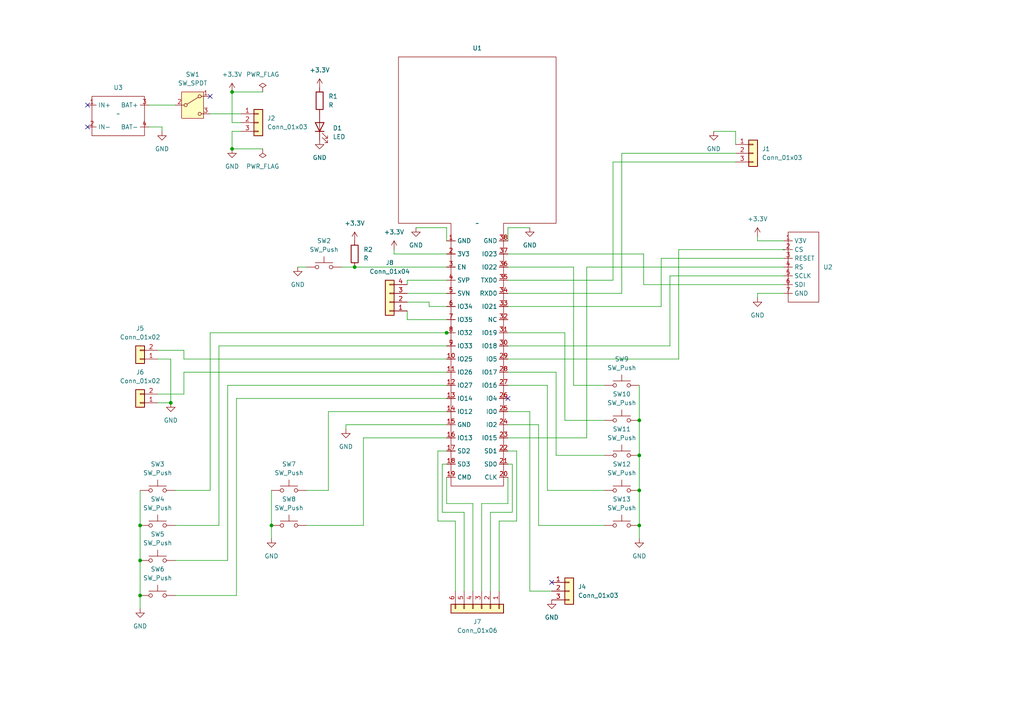
<source format=kicad_sch>
(kicad_sch (version 20230121) (generator eeschema)

  (uuid 4a08471b-4f0a-497e-9fc8-751bd303607b)

  (paper "A4")

  (lib_symbols
    (symbol "Connector_Generic:Conn_01x02" (pin_names (offset 1.016) hide) (in_bom yes) (on_board yes)
      (property "Reference" "J" (at 0 2.54 0)
        (effects (font (size 1.27 1.27)))
      )
      (property "Value" "Conn_01x02" (at 0 -5.08 0)
        (effects (font (size 1.27 1.27)))
      )
      (property "Footprint" "" (at 0 0 0)
        (effects (font (size 1.27 1.27)) hide)
      )
      (property "Datasheet" "~" (at 0 0 0)
        (effects (font (size 1.27 1.27)) hide)
      )
      (property "ki_keywords" "connector" (at 0 0 0)
        (effects (font (size 1.27 1.27)) hide)
      )
      (property "ki_description" "Generic connector, single row, 01x02, script generated (kicad-library-utils/schlib/autogen/connector/)" (at 0 0 0)
        (effects (font (size 1.27 1.27)) hide)
      )
      (property "ki_fp_filters" "Connector*:*_1x??_*" (at 0 0 0)
        (effects (font (size 1.27 1.27)) hide)
      )
      (symbol "Conn_01x02_1_1"
        (rectangle (start -1.27 -2.413) (end 0 -2.667)
          (stroke (width 0.1524) (type default))
          (fill (type none))
        )
        (rectangle (start -1.27 0.127) (end 0 -0.127)
          (stroke (width 0.1524) (type default))
          (fill (type none))
        )
        (rectangle (start -1.27 1.27) (end 1.27 -3.81)
          (stroke (width 0.254) (type default))
          (fill (type background))
        )
        (pin passive line (at -5.08 0 0) (length 3.81)
          (name "Pin_1" (effects (font (size 1.27 1.27))))
          (number "1" (effects (font (size 1.27 1.27))))
        )
        (pin passive line (at -5.08 -2.54 0) (length 3.81)
          (name "Pin_2" (effects (font (size 1.27 1.27))))
          (number "2" (effects (font (size 1.27 1.27))))
        )
      )
    )
    (symbol "Connector_Generic:Conn_01x03" (pin_names (offset 1.016) hide) (in_bom yes) (on_board yes)
      (property "Reference" "J" (at 0 5.08 0)
        (effects (font (size 1.27 1.27)))
      )
      (property "Value" "Conn_01x03" (at 0 -5.08 0)
        (effects (font (size 1.27 1.27)))
      )
      (property "Footprint" "" (at 0 0 0)
        (effects (font (size 1.27 1.27)) hide)
      )
      (property "Datasheet" "~" (at 0 0 0)
        (effects (font (size 1.27 1.27)) hide)
      )
      (property "ki_keywords" "connector" (at 0 0 0)
        (effects (font (size 1.27 1.27)) hide)
      )
      (property "ki_description" "Generic connector, single row, 01x03, script generated (kicad-library-utils/schlib/autogen/connector/)" (at 0 0 0)
        (effects (font (size 1.27 1.27)) hide)
      )
      (property "ki_fp_filters" "Connector*:*_1x??_*" (at 0 0 0)
        (effects (font (size 1.27 1.27)) hide)
      )
      (symbol "Conn_01x03_1_1"
        (rectangle (start -1.27 -2.413) (end 0 -2.667)
          (stroke (width 0.1524) (type default))
          (fill (type none))
        )
        (rectangle (start -1.27 0.127) (end 0 -0.127)
          (stroke (width 0.1524) (type default))
          (fill (type none))
        )
        (rectangle (start -1.27 2.667) (end 0 2.413)
          (stroke (width 0.1524) (type default))
          (fill (type none))
        )
        (rectangle (start -1.27 3.81) (end 1.27 -3.81)
          (stroke (width 0.254) (type default))
          (fill (type background))
        )
        (pin passive line (at -5.08 2.54 0) (length 3.81)
          (name "Pin_1" (effects (font (size 1.27 1.27))))
          (number "1" (effects (font (size 1.27 1.27))))
        )
        (pin passive line (at -5.08 0 0) (length 3.81)
          (name "Pin_2" (effects (font (size 1.27 1.27))))
          (number "2" (effects (font (size 1.27 1.27))))
        )
        (pin passive line (at -5.08 -2.54 0) (length 3.81)
          (name "Pin_3" (effects (font (size 1.27 1.27))))
          (number "3" (effects (font (size 1.27 1.27))))
        )
      )
    )
    (symbol "Connector_Generic:Conn_01x04" (pin_names (offset 1.016) hide) (in_bom yes) (on_board yes)
      (property "Reference" "J" (at 0 5.08 0)
        (effects (font (size 1.27 1.27)))
      )
      (property "Value" "Conn_01x04" (at 0 -7.62 0)
        (effects (font (size 1.27 1.27)))
      )
      (property "Footprint" "" (at 0 0 0)
        (effects (font (size 1.27 1.27)) hide)
      )
      (property "Datasheet" "~" (at 0 0 0)
        (effects (font (size 1.27 1.27)) hide)
      )
      (property "ki_keywords" "connector" (at 0 0 0)
        (effects (font (size 1.27 1.27)) hide)
      )
      (property "ki_description" "Generic connector, single row, 01x04, script generated (kicad-library-utils/schlib/autogen/connector/)" (at 0 0 0)
        (effects (font (size 1.27 1.27)) hide)
      )
      (property "ki_fp_filters" "Connector*:*_1x??_*" (at 0 0 0)
        (effects (font (size 1.27 1.27)) hide)
      )
      (symbol "Conn_01x04_1_1"
        (rectangle (start -1.27 -4.953) (end 0 -5.207)
          (stroke (width 0.1524) (type default))
          (fill (type none))
        )
        (rectangle (start -1.27 -2.413) (end 0 -2.667)
          (stroke (width 0.1524) (type default))
          (fill (type none))
        )
        (rectangle (start -1.27 0.127) (end 0 -0.127)
          (stroke (width 0.1524) (type default))
          (fill (type none))
        )
        (rectangle (start -1.27 2.667) (end 0 2.413)
          (stroke (width 0.1524) (type default))
          (fill (type none))
        )
        (rectangle (start -1.27 3.81) (end 1.27 -6.35)
          (stroke (width 0.254) (type default))
          (fill (type background))
        )
        (pin passive line (at -5.08 2.54 0) (length 3.81)
          (name "Pin_1" (effects (font (size 1.27 1.27))))
          (number "1" (effects (font (size 1.27 1.27))))
        )
        (pin passive line (at -5.08 0 0) (length 3.81)
          (name "Pin_2" (effects (font (size 1.27 1.27))))
          (number "2" (effects (font (size 1.27 1.27))))
        )
        (pin passive line (at -5.08 -2.54 0) (length 3.81)
          (name "Pin_3" (effects (font (size 1.27 1.27))))
          (number "3" (effects (font (size 1.27 1.27))))
        )
        (pin passive line (at -5.08 -5.08 0) (length 3.81)
          (name "Pin_4" (effects (font (size 1.27 1.27))))
          (number "4" (effects (font (size 1.27 1.27))))
        )
      )
    )
    (symbol "Connector_Generic:Conn_01x06" (pin_names (offset 1.016) hide) (in_bom yes) (on_board yes)
      (property "Reference" "J" (at 0 7.62 0)
        (effects (font (size 1.27 1.27)))
      )
      (property "Value" "Conn_01x06" (at 0 -10.16 0)
        (effects (font (size 1.27 1.27)))
      )
      (property "Footprint" "" (at 0 0 0)
        (effects (font (size 1.27 1.27)) hide)
      )
      (property "Datasheet" "~" (at 0 0 0)
        (effects (font (size 1.27 1.27)) hide)
      )
      (property "ki_keywords" "connector" (at 0 0 0)
        (effects (font (size 1.27 1.27)) hide)
      )
      (property "ki_description" "Generic connector, single row, 01x06, script generated (kicad-library-utils/schlib/autogen/connector/)" (at 0 0 0)
        (effects (font (size 1.27 1.27)) hide)
      )
      (property "ki_fp_filters" "Connector*:*_1x??_*" (at 0 0 0)
        (effects (font (size 1.27 1.27)) hide)
      )
      (symbol "Conn_01x06_1_1"
        (rectangle (start -1.27 -7.493) (end 0 -7.747)
          (stroke (width 0.1524) (type default))
          (fill (type none))
        )
        (rectangle (start -1.27 -4.953) (end 0 -5.207)
          (stroke (width 0.1524) (type default))
          (fill (type none))
        )
        (rectangle (start -1.27 -2.413) (end 0 -2.667)
          (stroke (width 0.1524) (type default))
          (fill (type none))
        )
        (rectangle (start -1.27 0.127) (end 0 -0.127)
          (stroke (width 0.1524) (type default))
          (fill (type none))
        )
        (rectangle (start -1.27 2.667) (end 0 2.413)
          (stroke (width 0.1524) (type default))
          (fill (type none))
        )
        (rectangle (start -1.27 5.207) (end 0 4.953)
          (stroke (width 0.1524) (type default))
          (fill (type none))
        )
        (rectangle (start -1.27 6.35) (end 1.27 -8.89)
          (stroke (width 0.254) (type default))
          (fill (type background))
        )
        (pin passive line (at -5.08 5.08 0) (length 3.81)
          (name "Pin_1" (effects (font (size 1.27 1.27))))
          (number "1" (effects (font (size 1.27 1.27))))
        )
        (pin passive line (at -5.08 2.54 0) (length 3.81)
          (name "Pin_2" (effects (font (size 1.27 1.27))))
          (number "2" (effects (font (size 1.27 1.27))))
        )
        (pin passive line (at -5.08 0 0) (length 3.81)
          (name "Pin_3" (effects (font (size 1.27 1.27))))
          (number "3" (effects (font (size 1.27 1.27))))
        )
        (pin passive line (at -5.08 -2.54 0) (length 3.81)
          (name "Pin_4" (effects (font (size 1.27 1.27))))
          (number "4" (effects (font (size 1.27 1.27))))
        )
        (pin passive line (at -5.08 -5.08 0) (length 3.81)
          (name "Pin_5" (effects (font (size 1.27 1.27))))
          (number "5" (effects (font (size 1.27 1.27))))
        )
        (pin passive line (at -5.08 -7.62 0) (length 3.81)
          (name "Pin_6" (effects (font (size 1.27 1.27))))
          (number "6" (effects (font (size 1.27 1.27))))
        )
      )
    )
    (symbol "Device:LED" (pin_numbers hide) (pin_names (offset 1.016) hide) (in_bom yes) (on_board yes)
      (property "Reference" "D" (at 0 2.54 0)
        (effects (font (size 1.27 1.27)))
      )
      (property "Value" "LED" (at 0 -2.54 0)
        (effects (font (size 1.27 1.27)))
      )
      (property "Footprint" "" (at 0 0 0)
        (effects (font (size 1.27 1.27)) hide)
      )
      (property "Datasheet" "~" (at 0 0 0)
        (effects (font (size 1.27 1.27)) hide)
      )
      (property "ki_keywords" "LED diode" (at 0 0 0)
        (effects (font (size 1.27 1.27)) hide)
      )
      (property "ki_description" "Light emitting diode" (at 0 0 0)
        (effects (font (size 1.27 1.27)) hide)
      )
      (property "ki_fp_filters" "LED* LED_SMD:* LED_THT:*" (at 0 0 0)
        (effects (font (size 1.27 1.27)) hide)
      )
      (symbol "LED_0_1"
        (polyline
          (pts
            (xy -1.27 -1.27)
            (xy -1.27 1.27)
          )
          (stroke (width 0.254) (type default))
          (fill (type none))
        )
        (polyline
          (pts
            (xy -1.27 0)
            (xy 1.27 0)
          )
          (stroke (width 0) (type default))
          (fill (type none))
        )
        (polyline
          (pts
            (xy 1.27 -1.27)
            (xy 1.27 1.27)
            (xy -1.27 0)
            (xy 1.27 -1.27)
          )
          (stroke (width 0.254) (type default))
          (fill (type none))
        )
        (polyline
          (pts
            (xy -3.048 -0.762)
            (xy -4.572 -2.286)
            (xy -3.81 -2.286)
            (xy -4.572 -2.286)
            (xy -4.572 -1.524)
          )
          (stroke (width 0) (type default))
          (fill (type none))
        )
        (polyline
          (pts
            (xy -1.778 -0.762)
            (xy -3.302 -2.286)
            (xy -2.54 -2.286)
            (xy -3.302 -2.286)
            (xy -3.302 -1.524)
          )
          (stroke (width 0) (type default))
          (fill (type none))
        )
      )
      (symbol "LED_1_1"
        (pin passive line (at -3.81 0 0) (length 2.54)
          (name "K" (effects (font (size 1.27 1.27))))
          (number "1" (effects (font (size 1.27 1.27))))
        )
        (pin passive line (at 3.81 0 180) (length 2.54)
          (name "A" (effects (font (size 1.27 1.27))))
          (number "2" (effects (font (size 1.27 1.27))))
        )
      )
    )
    (symbol "Device:R" (pin_numbers hide) (pin_names (offset 0)) (in_bom yes) (on_board yes)
      (property "Reference" "R" (at 2.032 0 90)
        (effects (font (size 1.27 1.27)))
      )
      (property "Value" "R" (at 0 0 90)
        (effects (font (size 1.27 1.27)))
      )
      (property "Footprint" "" (at -1.778 0 90)
        (effects (font (size 1.27 1.27)) hide)
      )
      (property "Datasheet" "~" (at 0 0 0)
        (effects (font (size 1.27 1.27)) hide)
      )
      (property "ki_keywords" "R res resistor" (at 0 0 0)
        (effects (font (size 1.27 1.27)) hide)
      )
      (property "ki_description" "Resistor" (at 0 0 0)
        (effects (font (size 1.27 1.27)) hide)
      )
      (property "ki_fp_filters" "R_*" (at 0 0 0)
        (effects (font (size 1.27 1.27)) hide)
      )
      (symbol "R_0_1"
        (rectangle (start -1.016 -2.54) (end 1.016 2.54)
          (stroke (width 0.254) (type default))
          (fill (type none))
        )
      )
      (symbol "R_1_1"
        (pin passive line (at 0 3.81 270) (length 1.27)
          (name "~" (effects (font (size 1.27 1.27))))
          (number "1" (effects (font (size 1.27 1.27))))
        )
        (pin passive line (at 0 -3.81 90) (length 1.27)
          (name "~" (effects (font (size 1.27 1.27))))
          (number "2" (effects (font (size 1.27 1.27))))
        )
      )
    )
    (symbol "Nakama_Library:AQM1248A-LCD" (in_bom yes) (on_board yes)
      (property "Reference" "U" (at 3.81 1.27 0)
        (effects (font (size 1.27 1.27)))
      )
      (property "Value" "" (at -1.27 -5.08 0)
        (effects (font (size 1.27 1.27)))
      )
      (property "Footprint" "" (at -1.27 -5.08 0)
        (effects (font (size 1.27 1.27)) hide)
      )
      (property "Datasheet" "" (at -1.27 -5.08 0)
        (effects (font (size 1.27 1.27)) hide)
      )
      (symbol "AQM1248A-LCD_0_1"
        (rectangle (start 0 0) (end 8.89 -20.32)
          (stroke (width 0) (type default))
          (fill (type none))
        )
      )
      (symbol "AQM1248A-LCD_1_1"
        (pin power_in line (at -1.27 -2.54 0) (length 2.54)
          (name "V3V" (effects (font (size 1.27 1.27))))
          (number "1" (effects (font (size 1.27 1.27))))
        )
        (pin bidirectional line (at -1.27 -5.08 0) (length 2.54)
          (name "CS" (effects (font (size 1.27 1.27))))
          (number "2" (effects (font (size 1.27 1.27))))
        )
        (pin bidirectional line (at -1.27 -7.62 0) (length 2.54)
          (name "RESET" (effects (font (size 1.27 1.27))))
          (number "3" (effects (font (size 1.27 1.27))))
        )
        (pin bidirectional line (at -1.27 -10.16 0) (length 2.54)
          (name "RS" (effects (font (size 1.27 1.27))))
          (number "4" (effects (font (size 1.27 1.27))))
        )
        (pin bidirectional line (at -1.27 -12.7 0) (length 2.54)
          (name "SCLK" (effects (font (size 1.27 1.27))))
          (number "5" (effects (font (size 1.27 1.27))))
        )
        (pin bidirectional line (at -1.27 -15.24 0) (length 2.54)
          (name "SDI" (effects (font (size 1.27 1.27))))
          (number "6" (effects (font (size 1.27 1.27))))
        )
        (pin power_in line (at -1.27 -17.78 0) (length 2.54)
          (name "GND" (effects (font (size 1.27 1.27))))
          (number "7" (effects (font (size 1.27 1.27))))
        )
      )
    )
    (symbol "Nakama_Library:BATT-MNG" (in_bom yes) (on_board yes)
      (property "Reference" "U" (at 0 6.35 0)
        (effects (font (size 1.27 1.27)))
      )
      (property "Value" "" (at 0 0 0)
        (effects (font (size 1.27 1.27)))
      )
      (property "Footprint" "" (at 0 0 0)
        (effects (font (size 1.27 1.27)) hide)
      )
      (property "Datasheet" "" (at 0 0 0)
        (effects (font (size 1.27 1.27)) hide)
      )
      (symbol "BATT-MNG_0_1"
        (rectangle (start -7.62 5.08) (end 7.62 -6.35)
          (stroke (width 0) (type default))
          (fill (type none))
        )
      )
      (symbol "BATT-MNG_1_1"
        (pin power_in line (at -8.89 2.54 0) (length 2.54)
          (name "IN+" (effects (font (size 1.27 1.27))))
          (number "1" (effects (font (size 1.27 1.27))))
        )
        (pin power_in line (at -8.89 -3.81 0) (length 2.54)
          (name "IN-" (effects (font (size 1.27 1.27))))
          (number "2" (effects (font (size 1.27 1.27))))
        )
        (pin power_out line (at 8.89 2.54 180) (length 2.54)
          (name "BAT+" (effects (font (size 1.27 1.27))))
          (number "3" (effects (font (size 1.27 1.27))))
        )
        (pin power_out line (at 8.89 -3.81 180) (length 2.54)
          (name "BAT-" (effects (font (size 1.27 1.27))))
          (number "4" (effects (font (size 1.27 1.27))))
        )
      )
    )
    (symbol "Nakama_Library:ESP32_AKITUKI" (in_bom yes) (on_board yes)
      (property "Reference" "U" (at 0 49.53 0)
        (effects (font (size 1.27 1.27)))
      )
      (property "Value" "" (at 0 0 0)
        (effects (font (size 1.27 1.27)))
      )
      (property "Footprint" "" (at 0 0 0)
        (effects (font (size 1.27 1.27)) hide)
      )
      (property "Datasheet" "" (at 0 0 0)
        (effects (font (size 1.27 1.27)) hide)
      )
      (property "ki_description" "秋月電子のESP-WROOM-32のブレイクアウトボード" (at 0 0 0)
        (effects (font (size 1.27 1.27)) hide)
      )
      (symbol "ESP32_AKITUKI_0_1"
        (polyline
          (pts
            (xy -7.62 -76.2)
            (xy -7.62 0)
            (xy -22.86 0)
            (xy -22.86 48.26)
            (xy 22.86 48.26)
            (xy 22.86 0)
            (xy 7.62 0)
            (xy 7.62 -76.2)
            (xy -7.62 -76.2)
          )
          (stroke (width 0) (type default))
          (fill (type none))
        )
      )
      (symbol "ESP32_AKITUKI_1_1"
        (pin power_in line (at -8.89 -5.08 0) (length 2.54)
          (name "GND" (effects (font (size 1.27 1.27))))
          (number "1" (effects (font (size 1.27 1.27))))
        )
        (pin bidirectional line (at -8.89 -39.37 0) (length 2.54)
          (name "IO25" (effects (font (size 1.27 1.27))))
          (number "10" (effects (font (size 1.27 1.27))))
        )
        (pin bidirectional line (at -8.89 -43.18 0) (length 2.54)
          (name "IO26" (effects (font (size 1.27 1.27))))
          (number "11" (effects (font (size 1.27 1.27))))
        )
        (pin bidirectional line (at -8.89 -46.99 0) (length 2.54)
          (name "IO27" (effects (font (size 1.27 1.27))))
          (number "12" (effects (font (size 1.27 1.27))))
        )
        (pin bidirectional line (at -8.89 -50.8 0) (length 2.54)
          (name "IO14" (effects (font (size 1.27 1.27))))
          (number "13" (effects (font (size 1.27 1.27))))
        )
        (pin bidirectional line (at -8.89 -54.61 0) (length 2.54)
          (name "IO12" (effects (font (size 1.27 1.27))))
          (number "14" (effects (font (size 1.27 1.27))))
        )
        (pin power_in line (at -8.89 -58.42 0) (length 2.54)
          (name "GND" (effects (font (size 1.27 1.27))))
          (number "15" (effects (font (size 1.27 1.27))))
        )
        (pin bidirectional line (at -8.89 -62.23 0) (length 2.54)
          (name "IO13" (effects (font (size 1.27 1.27))))
          (number "16" (effects (font (size 1.27 1.27))))
        )
        (pin bidirectional line (at -8.89 -66.04 0) (length 2.54)
          (name "SD2" (effects (font (size 1.27 1.27))))
          (number "17" (effects (font (size 1.27 1.27))))
        )
        (pin bidirectional line (at -8.89 -69.85 0) (length 2.54)
          (name "SD3" (effects (font (size 1.27 1.27))))
          (number "18" (effects (font (size 1.27 1.27))))
        )
        (pin bidirectional line (at -8.89 -73.66 0) (length 2.54)
          (name "CMD" (effects (font (size 1.27 1.27))))
          (number "19" (effects (font (size 1.27 1.27))))
        )
        (pin power_in line (at -8.89 -8.89 0) (length 2.54)
          (name "3V3" (effects (font (size 1.27 1.27))))
          (number "2" (effects (font (size 1.27 1.27))))
        )
        (pin bidirectional line (at 8.89 -73.66 180) (length 2.54)
          (name "CLK" (effects (font (size 1.27 1.27))))
          (number "20" (effects (font (size 1.27 1.27))))
        )
        (pin bidirectional line (at 8.89 -69.85 180) (length 2.54)
          (name "SD0" (effects (font (size 1.27 1.27))))
          (number "21" (effects (font (size 1.27 1.27))))
        )
        (pin bidirectional line (at 8.89 -66.04 180) (length 2.54)
          (name "SD1" (effects (font (size 1.27 1.27))))
          (number "22" (effects (font (size 1.27 1.27))))
        )
        (pin bidirectional line (at 8.89 -62.23 180) (length 2.54)
          (name "IO15" (effects (font (size 1.27 1.27))))
          (number "23" (effects (font (size 1.27 1.27))))
        )
        (pin bidirectional line (at 8.89 -58.42 180) (length 2.54)
          (name "IO2" (effects (font (size 1.27 1.27))))
          (number "24" (effects (font (size 1.27 1.27))))
        )
        (pin bidirectional line (at 8.89 -54.61 180) (length 2.54)
          (name "IO0" (effects (font (size 1.27 1.27))))
          (number "25" (effects (font (size 1.27 1.27))))
        )
        (pin bidirectional line (at 8.89 -50.8 180) (length 2.54)
          (name "IO4" (effects (font (size 1.27 1.27))))
          (number "26" (effects (font (size 1.27 1.27))))
        )
        (pin bidirectional line (at 8.89 -46.99 180) (length 2.54)
          (name "IO16" (effects (font (size 1.27 1.27))))
          (number "27" (effects (font (size 1.27 1.27))))
        )
        (pin bidirectional line (at 8.89 -43.18 180) (length 2.54)
          (name "IO17" (effects (font (size 1.27 1.27))))
          (number "28" (effects (font (size 1.27 1.27))))
        )
        (pin bidirectional line (at 8.89 -39.37 180) (length 2.54)
          (name "IO5" (effects (font (size 1.27 1.27))))
          (number "29" (effects (font (size 1.27 1.27))))
        )
        (pin input line (at -8.89 -12.7 0) (length 2.54)
          (name "EN" (effects (font (size 1.27 1.27))))
          (number "3" (effects (font (size 1.27 1.27))))
        )
        (pin bidirectional line (at 8.89 -35.56 180) (length 2.54)
          (name "IO18" (effects (font (size 1.27 1.27))))
          (number "30" (effects (font (size 1.27 1.27))))
        )
        (pin bidirectional line (at 8.89 -31.75 180) (length 2.54)
          (name "IO19" (effects (font (size 1.27 1.27))))
          (number "31" (effects (font (size 1.27 1.27))))
        )
        (pin free line (at 8.89 -27.94 180) (length 2.54)
          (name "NC" (effects (font (size 1.27 1.27))))
          (number "32" (effects (font (size 1.27 1.27))))
        )
        (pin bidirectional line (at 8.89 -24.13 180) (length 2.54)
          (name "IO21" (effects (font (size 1.27 1.27))))
          (number "33" (effects (font (size 1.27 1.27))))
        )
        (pin bidirectional line (at 8.89 -20.32 180) (length 2.54)
          (name "RXD0" (effects (font (size 1.27 1.27))))
          (number "34" (effects (font (size 1.27 1.27))))
        )
        (pin bidirectional line (at 8.89 -16.51 180) (length 2.54)
          (name "TXD0" (effects (font (size 1.27 1.27))))
          (number "35" (effects (font (size 1.27 1.27))))
        )
        (pin bidirectional line (at 8.89 -12.7 180) (length 2.54)
          (name "IO22" (effects (font (size 1.27 1.27))))
          (number "36" (effects (font (size 1.27 1.27))))
        )
        (pin bidirectional line (at 8.89 -8.89 180) (length 2.54)
          (name "IO23" (effects (font (size 1.27 1.27))))
          (number "37" (effects (font (size 1.27 1.27))))
        )
        (pin power_in line (at 8.89 -5.08 180) (length 2.54)
          (name "GND" (effects (font (size 1.27 1.27))))
          (number "38" (effects (font (size 1.27 1.27))))
        )
        (pin input line (at -8.89 -16.51 0) (length 2.54)
          (name "SVP" (effects (font (size 1.27 1.27))))
          (number "4" (effects (font (size 1.27 1.27))))
        )
        (pin input line (at -8.89 -20.32 0) (length 2.54)
          (name "SVN" (effects (font (size 1.27 1.27))))
          (number "5" (effects (font (size 1.27 1.27))))
        )
        (pin bidirectional line (at -8.89 -24.13 0) (length 2.54)
          (name "IO34" (effects (font (size 1.27 1.27))))
          (number "6" (effects (font (size 1.27 1.27))))
        )
        (pin bidirectional line (at -8.89 -27.94 0) (length 2.54)
          (name "IO35" (effects (font (size 1.27 1.27))))
          (number "7" (effects (font (size 1.27 1.27))))
        )
        (pin bidirectional line (at -8.89 -31.75 0) (length 2.54)
          (name "IO32" (effects (font (size 1.27 1.27))))
          (number "8" (effects (font (size 1.27 1.27))))
        )
        (pin bidirectional line (at -8.89 -35.56 0) (length 2.54)
          (name "IO33" (effects (font (size 1.27 1.27))))
          (number "9" (effects (font (size 1.27 1.27))))
        )
      )
    )
    (symbol "Switch:SW_Push" (pin_numbers hide) (pin_names (offset 1.016) hide) (in_bom yes) (on_board yes)
      (property "Reference" "SW" (at 1.27 2.54 0)
        (effects (font (size 1.27 1.27)) (justify left))
      )
      (property "Value" "SW_Push" (at 0 -1.524 0)
        (effects (font (size 1.27 1.27)))
      )
      (property "Footprint" "" (at 0 5.08 0)
        (effects (font (size 1.27 1.27)) hide)
      )
      (property "Datasheet" "~" (at 0 5.08 0)
        (effects (font (size 1.27 1.27)) hide)
      )
      (property "ki_keywords" "switch normally-open pushbutton push-button" (at 0 0 0)
        (effects (font (size 1.27 1.27)) hide)
      )
      (property "ki_description" "Push button switch, generic, two pins" (at 0 0 0)
        (effects (font (size 1.27 1.27)) hide)
      )
      (symbol "SW_Push_0_1"
        (circle (center -2.032 0) (radius 0.508)
          (stroke (width 0) (type default))
          (fill (type none))
        )
        (polyline
          (pts
            (xy 0 1.27)
            (xy 0 3.048)
          )
          (stroke (width 0) (type default))
          (fill (type none))
        )
        (polyline
          (pts
            (xy 2.54 1.27)
            (xy -2.54 1.27)
          )
          (stroke (width 0) (type default))
          (fill (type none))
        )
        (circle (center 2.032 0) (radius 0.508)
          (stroke (width 0) (type default))
          (fill (type none))
        )
        (pin passive line (at -5.08 0 0) (length 2.54)
          (name "1" (effects (font (size 1.27 1.27))))
          (number "1" (effects (font (size 1.27 1.27))))
        )
        (pin passive line (at 5.08 0 180) (length 2.54)
          (name "2" (effects (font (size 1.27 1.27))))
          (number "2" (effects (font (size 1.27 1.27))))
        )
      )
    )
    (symbol "Switch:SW_SPDT" (pin_names (offset 0) hide) (in_bom yes) (on_board yes)
      (property "Reference" "SW" (at 0 5.08 0)
        (effects (font (size 1.27 1.27)))
      )
      (property "Value" "SW_SPDT" (at 0 -5.08 0)
        (effects (font (size 1.27 1.27)))
      )
      (property "Footprint" "" (at 0 0 0)
        (effects (font (size 1.27 1.27)) hide)
      )
      (property "Datasheet" "~" (at 0 -7.62 0)
        (effects (font (size 1.27 1.27)) hide)
      )
      (property "ki_keywords" "switch single-pole double-throw spdt ON-ON" (at 0 0 0)
        (effects (font (size 1.27 1.27)) hide)
      )
      (property "ki_description" "Switch, single pole double throw" (at 0 0 0)
        (effects (font (size 1.27 1.27)) hide)
      )
      (symbol "SW_SPDT_0_1"
        (circle (center -2.032 0) (radius 0.4572)
          (stroke (width 0) (type default))
          (fill (type none))
        )
        (polyline
          (pts
            (xy -1.651 0.254)
            (xy 1.651 2.286)
          )
          (stroke (width 0) (type default))
          (fill (type none))
        )
        (circle (center 2.032 -2.54) (radius 0.4572)
          (stroke (width 0) (type default))
          (fill (type none))
        )
        (circle (center 2.032 2.54) (radius 0.4572)
          (stroke (width 0) (type default))
          (fill (type none))
        )
      )
      (symbol "SW_SPDT_1_1"
        (rectangle (start -3.175 3.81) (end 3.175 -3.81)
          (stroke (width 0) (type default))
          (fill (type background))
        )
        (pin passive line (at 5.08 2.54 180) (length 2.54)
          (name "A" (effects (font (size 1.27 1.27))))
          (number "1" (effects (font (size 1.27 1.27))))
        )
        (pin passive line (at -5.08 0 0) (length 2.54)
          (name "B" (effects (font (size 1.27 1.27))))
          (number "2" (effects (font (size 1.27 1.27))))
        )
        (pin passive line (at 5.08 -2.54 180) (length 2.54)
          (name "C" (effects (font (size 1.27 1.27))))
          (number "3" (effects (font (size 1.27 1.27))))
        )
      )
    )
    (symbol "power:+3.3V" (power) (pin_names (offset 0)) (in_bom yes) (on_board yes)
      (property "Reference" "#PWR" (at 0 -3.81 0)
        (effects (font (size 1.27 1.27)) hide)
      )
      (property "Value" "+3.3V" (at 0 3.556 0)
        (effects (font (size 1.27 1.27)))
      )
      (property "Footprint" "" (at 0 0 0)
        (effects (font (size 1.27 1.27)) hide)
      )
      (property "Datasheet" "" (at 0 0 0)
        (effects (font (size 1.27 1.27)) hide)
      )
      (property "ki_keywords" "global power" (at 0 0 0)
        (effects (font (size 1.27 1.27)) hide)
      )
      (property "ki_description" "Power symbol creates a global label with name \"+3.3V\"" (at 0 0 0)
        (effects (font (size 1.27 1.27)) hide)
      )
      (symbol "+3.3V_0_1"
        (polyline
          (pts
            (xy -0.762 1.27)
            (xy 0 2.54)
          )
          (stroke (width 0) (type default))
          (fill (type none))
        )
        (polyline
          (pts
            (xy 0 0)
            (xy 0 2.54)
          )
          (stroke (width 0) (type default))
          (fill (type none))
        )
        (polyline
          (pts
            (xy 0 2.54)
            (xy 0.762 1.27)
          )
          (stroke (width 0) (type default))
          (fill (type none))
        )
      )
      (symbol "+3.3V_1_1"
        (pin power_in line (at 0 0 90) (length 0) hide
          (name "+3.3V" (effects (font (size 1.27 1.27))))
          (number "1" (effects (font (size 1.27 1.27))))
        )
      )
    )
    (symbol "power:GND" (power) (pin_names (offset 0)) (in_bom yes) (on_board yes)
      (property "Reference" "#PWR" (at 0 -6.35 0)
        (effects (font (size 1.27 1.27)) hide)
      )
      (property "Value" "GND" (at 0 -3.81 0)
        (effects (font (size 1.27 1.27)))
      )
      (property "Footprint" "" (at 0 0 0)
        (effects (font (size 1.27 1.27)) hide)
      )
      (property "Datasheet" "" (at 0 0 0)
        (effects (font (size 1.27 1.27)) hide)
      )
      (property "ki_keywords" "global power" (at 0 0 0)
        (effects (font (size 1.27 1.27)) hide)
      )
      (property "ki_description" "Power symbol creates a global label with name \"GND\" , ground" (at 0 0 0)
        (effects (font (size 1.27 1.27)) hide)
      )
      (symbol "GND_0_1"
        (polyline
          (pts
            (xy 0 0)
            (xy 0 -1.27)
            (xy 1.27 -1.27)
            (xy 0 -2.54)
            (xy -1.27 -1.27)
            (xy 0 -1.27)
          )
          (stroke (width 0) (type default))
          (fill (type none))
        )
      )
      (symbol "GND_1_1"
        (pin power_in line (at 0 0 270) (length 0) hide
          (name "GND" (effects (font (size 1.27 1.27))))
          (number "1" (effects (font (size 1.27 1.27))))
        )
      )
    )
    (symbol "power:PWR_FLAG" (power) (pin_numbers hide) (pin_names (offset 0) hide) (in_bom yes) (on_board yes)
      (property "Reference" "#FLG" (at 0 1.905 0)
        (effects (font (size 1.27 1.27)) hide)
      )
      (property "Value" "PWR_FLAG" (at 0 3.81 0)
        (effects (font (size 1.27 1.27)))
      )
      (property "Footprint" "" (at 0 0 0)
        (effects (font (size 1.27 1.27)) hide)
      )
      (property "Datasheet" "~" (at 0 0 0)
        (effects (font (size 1.27 1.27)) hide)
      )
      (property "ki_keywords" "flag power" (at 0 0 0)
        (effects (font (size 1.27 1.27)) hide)
      )
      (property "ki_description" "Special symbol for telling ERC where power comes from" (at 0 0 0)
        (effects (font (size 1.27 1.27)) hide)
      )
      (symbol "PWR_FLAG_0_0"
        (pin power_out line (at 0 0 90) (length 0)
          (name "pwr" (effects (font (size 1.27 1.27))))
          (number "1" (effects (font (size 1.27 1.27))))
        )
      )
      (symbol "PWR_FLAG_0_1"
        (polyline
          (pts
            (xy 0 0)
            (xy 0 1.27)
            (xy -1.016 1.905)
            (xy 0 2.54)
            (xy 1.016 1.905)
            (xy 0 1.27)
          )
          (stroke (width 0) (type default))
          (fill (type none))
        )
      )
    )
  )

  (junction (at 40.64 172.72) (diameter 0) (color 0 0 0 0)
    (uuid 20ccc18c-b57b-48e1-a849-32c3c4555504)
  )
  (junction (at 102.87 77.47) (diameter 0) (color 0 0 0 0)
    (uuid 2b20d595-31ab-428a-bb29-d7bb5e5032a4)
  )
  (junction (at 78.74 152.4) (diameter 0) (color 0 0 0 0)
    (uuid 4716c766-0519-47bd-af2b-b8a356290ebc)
  )
  (junction (at 185.42 132.08) (diameter 0) (color 0 0 0 0)
    (uuid 5583fe57-eb58-436b-8a9a-79f2346ab0d0)
  )
  (junction (at 185.42 152.4) (diameter 0) (color 0 0 0 0)
    (uuid 58cf4362-e0ad-437e-b018-9c0de8b3f6f8)
  )
  (junction (at 40.64 152.4) (diameter 0) (color 0 0 0 0)
    (uuid 6b55aeb2-30b7-4ce1-87ed-2db4329a444b)
  )
  (junction (at 185.42 121.92) (diameter 0) (color 0 0 0 0)
    (uuid 7388cf4f-2397-4e73-b222-69dbe2e44f38)
  )
  (junction (at 67.31 43.18) (diameter 0) (color 0 0 0 0)
    (uuid 898a8c6e-4146-4f0d-b6d4-4527271b04d8)
  )
  (junction (at 185.42 142.24) (diameter 0) (color 0 0 0 0)
    (uuid c02db1d8-bffe-4259-a277-10985e48a16b)
  )
  (junction (at 67.31 26.67) (diameter 0) (color 0 0 0 0)
    (uuid dd9b7c67-f7b5-4c30-a9bb-996682a77f9c)
  )
  (junction (at 40.64 162.56) (diameter 0) (color 0 0 0 0)
    (uuid eb1cc212-ec41-4fd8-89a6-05bd1c42a84a)
  )
  (junction (at 129.54 96.52) (diameter 0) (color 0 0 0 0)
    (uuid f21c16c5-127a-4ec2-8881-a6fc4dd04439)
  )
  (junction (at 49.53 116.84) (diameter 0) (color 0 0 0 0)
    (uuid f982f480-9569-42b8-ab7f-b76c203f90c8)
  )

  (no_connect (at 60.96 27.94) (uuid 1a47f3d2-b0a4-4327-8916-601baa1db5d4))
  (no_connect (at 25.4 30.48) (uuid 35759855-845a-4455-bbde-c4a8c1618ca9))
  (no_connect (at 25.4 36.83) (uuid 63707f23-eb53-493a-a01d-38be791cef40))
  (no_connect (at 160.02 168.91) (uuid 88c7d886-3c91-4937-b2f6-0ad733cd0b47))
  (no_connect (at 147.32 115.57) (uuid d1b33094-8803-4874-af41-9d7142867025))

  (wire (pts (xy 180.34 44.45) (xy 180.34 85.09))
    (stroke (width 0) (type default))
    (uuid 00293fa3-bc25-4fc7-96ad-964d6a041936)
  )
  (wire (pts (xy 129.54 111.76) (xy 66.04 111.76))
    (stroke (width 0) (type default))
    (uuid 00b3baaf-c8b5-402c-b210-5110cc82a92e)
  )
  (wire (pts (xy 129.54 130.81) (xy 127 130.81))
    (stroke (width 0) (type default))
    (uuid 01e00bb2-9cd9-40b6-a75b-574829429a2b)
  )
  (wire (pts (xy 147.32 73.66) (xy 186.69 73.66))
    (stroke (width 0) (type default))
    (uuid 06714665-8959-4ab0-8cba-5ee8a2d7d689)
  )
  (wire (pts (xy 114.3 73.66) (xy 114.3 72.39))
    (stroke (width 0) (type default))
    (uuid 07847052-c9f1-4b65-9fa6-cd4e62346c12)
  )
  (wire (pts (xy 139.7 146.05) (xy 139.7 171.45))
    (stroke (width 0) (type default))
    (uuid 09303cde-7f50-4261-b2d6-458bb7745c78)
  )
  (wire (pts (xy 161.29 107.95) (xy 161.29 132.08))
    (stroke (width 0) (type default))
    (uuid 0939d5ea-64bb-4679-8ccd-aa467cc4538c)
  )
  (wire (pts (xy 147.32 134.62) (xy 148.59 134.62))
    (stroke (width 0) (type default))
    (uuid 0aa80f6c-88e2-45cf-a4ed-e96d97e6df49)
  )
  (wire (pts (xy 163.83 96.52) (xy 163.83 121.92))
    (stroke (width 0) (type default))
    (uuid 0c9608a3-5e0c-40af-b0b9-35c1551bb755)
  )
  (wire (pts (xy 219.71 85.09) (xy 219.71 86.36))
    (stroke (width 0) (type default))
    (uuid 0defc9b9-be62-4699-b85b-73317bd40c67)
  )
  (wire (pts (xy 180.34 44.45) (xy 213.36 44.45))
    (stroke (width 0) (type default))
    (uuid 0eb9e2a7-b486-4aea-ab59-d54d85239b64)
  )
  (wire (pts (xy 95.25 142.24) (xy 88.9 142.24))
    (stroke (width 0) (type default))
    (uuid 1576f7e8-07bd-4a7c-81e4-33974a223ece)
  )
  (wire (pts (xy 53.34 107.95) (xy 129.54 107.95))
    (stroke (width 0) (type default))
    (uuid 17a24b85-3250-4f77-b883-5e395cccbaff)
  )
  (wire (pts (xy 147.32 127) (xy 170.18 127))
    (stroke (width 0) (type default))
    (uuid 1c5f9c67-c0bf-4415-8fb9-2f910a8ddecd)
  )
  (wire (pts (xy 67.31 26.67) (xy 67.31 35.56))
    (stroke (width 0) (type default))
    (uuid 1c6da962-eca0-4a30-bc51-1e4f6b5b1068)
  )
  (wire (pts (xy 128.27 148.59) (xy 134.62 148.59))
    (stroke (width 0) (type default))
    (uuid 1cc6d55a-7e1e-4010-860d-a96dcc1b1b17)
  )
  (wire (pts (xy 142.24 148.59) (xy 142.24 171.45))
    (stroke (width 0) (type default))
    (uuid 1d4784a6-3add-4b90-bb4e-b39d26f79ce5)
  )
  (wire (pts (xy 60.96 33.02) (xy 69.85 33.02))
    (stroke (width 0) (type default))
    (uuid 2004af0b-5e84-471c-a0ce-396093ab4cf2)
  )
  (wire (pts (xy 186.69 82.55) (xy 227.33 82.55))
    (stroke (width 0) (type default))
    (uuid 20e3dd4b-061e-4606-9f66-654e9d1d3dc4)
  )
  (wire (pts (xy 149.86 151.13) (xy 144.78 151.13))
    (stroke (width 0) (type default))
    (uuid 21487b7f-c3a5-43c8-8377-2d12d0661c1d)
  )
  (wire (pts (xy 213.36 41.91) (xy 213.36 38.1))
    (stroke (width 0) (type default))
    (uuid 2263e6d7-51b7-4221-a6aa-b1c7fc461ab1)
  )
  (wire (pts (xy 53.34 104.14) (xy 53.34 101.6))
    (stroke (width 0) (type default))
    (uuid 24682911-93a6-46b5-9ba0-d74b68110507)
  )
  (wire (pts (xy 129.54 127) (xy 105.41 127))
    (stroke (width 0) (type default))
    (uuid 28bdf043-b18b-464e-a7a8-544caba9039f)
  )
  (wire (pts (xy 129.54 146.05) (xy 137.16 146.05))
    (stroke (width 0) (type default))
    (uuid 2f3d7d9d-1f38-46f9-beb9-39fbce40549e)
  )
  (wire (pts (xy 129.54 81.28) (xy 118.11 81.28))
    (stroke (width 0) (type default))
    (uuid 317ca351-a757-4b3d-8ae3-0dbf67fcbb77)
  )
  (wire (pts (xy 53.34 107.95) (xy 53.34 114.3))
    (stroke (width 0) (type default))
    (uuid 32a91257-8c5e-4705-a11f-198572ee65b7)
  )
  (wire (pts (xy 147.32 66.04) (xy 153.67 66.04))
    (stroke (width 0) (type default))
    (uuid 3383c472-4201-4535-a89f-040293dd8289)
  )
  (wire (pts (xy 100.33 123.19) (xy 100.33 124.46))
    (stroke (width 0) (type default))
    (uuid 36bb4110-510b-4e06-bf47-e95d42c255e0)
  )
  (wire (pts (xy 185.42 152.4) (xy 185.42 156.21))
    (stroke (width 0) (type default))
    (uuid 3777cc8a-c621-4848-81f9-2af243ce7a55)
  )
  (wire (pts (xy 148.59 148.59) (xy 142.24 148.59))
    (stroke (width 0) (type default))
    (uuid 39e09058-3fec-49d6-9eeb-ca9cab324b14)
  )
  (wire (pts (xy 130.81 96.52) (xy 129.54 96.52))
    (stroke (width 0) (type default))
    (uuid 3cdb6d0d-c5be-4cae-8cc7-ac87afeea9f9)
  )
  (wire (pts (xy 148.59 134.62) (xy 148.59 148.59))
    (stroke (width 0) (type default))
    (uuid 4004587b-ae88-4d34-954d-e0f92daa12c2)
  )
  (wire (pts (xy 137.16 146.05) (xy 137.16 171.45))
    (stroke (width 0) (type default))
    (uuid 44eff3e6-d515-406f-a0b5-a4712a6b68ea)
  )
  (wire (pts (xy 129.54 100.33) (xy 63.5 100.33))
    (stroke (width 0) (type default))
    (uuid 45ca8950-7def-4a50-9231-54fd8b3ea578)
  )
  (wire (pts (xy 191.77 88.9) (xy 191.77 74.93))
    (stroke (width 0) (type default))
    (uuid 460f5a32-da8c-4c00-aaf5-94d41feb8a18)
  )
  (wire (pts (xy 153.67 119.38) (xy 147.32 119.38))
    (stroke (width 0) (type default))
    (uuid 462c5572-9a55-494a-b9a2-8a2c01436d43)
  )
  (wire (pts (xy 67.31 26.67) (xy 76.2 26.67))
    (stroke (width 0) (type default))
    (uuid 4793dfd9-cd14-4946-b1cf-268904e3a37f)
  )
  (wire (pts (xy 186.69 73.66) (xy 186.69 82.55))
    (stroke (width 0) (type default))
    (uuid 4d18b5c1-eed9-4e3f-a8da-be8a641927dc)
  )
  (wire (pts (xy 105.41 127) (xy 105.41 152.4))
    (stroke (width 0) (type default))
    (uuid 4f30a7b6-2293-40fc-b5fa-56f987c98ee3)
  )
  (wire (pts (xy 46.99 36.83) (xy 46.99 38.1))
    (stroke (width 0) (type default))
    (uuid 4f3a4579-5eef-4710-ae7e-8c46354107e4)
  )
  (wire (pts (xy 166.37 77.47) (xy 166.37 111.76))
    (stroke (width 0) (type default))
    (uuid 52635777-d301-461f-a425-5529ed447f87)
  )
  (wire (pts (xy 129.54 88.9) (xy 124.46 88.9))
    (stroke (width 0) (type default))
    (uuid 550374c1-f1d5-4264-bf51-92b32f42b376)
  )
  (wire (pts (xy 68.58 172.72) (xy 50.8 172.72))
    (stroke (width 0) (type default))
    (uuid 56507c18-1dfd-4add-8c04-c6452dcc582f)
  )
  (wire (pts (xy 147.32 111.76) (xy 158.75 111.76))
    (stroke (width 0) (type default))
    (uuid 58479235-c985-412a-bff9-36e9e815cb82)
  )
  (wire (pts (xy 86.36 77.47) (xy 88.9 77.47))
    (stroke (width 0) (type default))
    (uuid 585f360b-7d58-4397-8620-e9cd8475944a)
  )
  (wire (pts (xy 147.32 100.33) (xy 194.31 100.33))
    (stroke (width 0) (type default))
    (uuid 590fd5fc-2881-46f5-838b-504c5c317a0f)
  )
  (wire (pts (xy 147.32 138.43) (xy 147.32 146.05))
    (stroke (width 0) (type default))
    (uuid 596e32ba-3174-4c8d-96db-91b052b40411)
  )
  (wire (pts (xy 185.42 142.24) (xy 185.42 152.4))
    (stroke (width 0) (type default))
    (uuid 59aaae03-539d-4c15-bef6-3041e8e3d9a3)
  )
  (wire (pts (xy 185.42 121.92) (xy 185.42 132.08))
    (stroke (width 0) (type default))
    (uuid 5ef4dec4-03f5-4000-94b7-3216cbd1a331)
  )
  (wire (pts (xy 129.54 66.04) (xy 120.65 66.04))
    (stroke (width 0) (type default))
    (uuid 60fc30a8-f77d-40ee-bbec-5e7b2bc4779e)
  )
  (wire (pts (xy 177.8 81.28) (xy 147.32 81.28))
    (stroke (width 0) (type default))
    (uuid 61c32c17-5b00-48fa-b06d-aa62e5917ad3)
  )
  (wire (pts (xy 127 130.81) (xy 127 151.13))
    (stroke (width 0) (type default))
    (uuid 65bcc96b-cc20-4ea0-b3dd-63afbdfafaca)
  )
  (wire (pts (xy 40.64 142.24) (xy 40.64 152.4))
    (stroke (width 0) (type default))
    (uuid 67bf3f0a-e609-4308-9538-6ae85a3f01db)
  )
  (wire (pts (xy 213.36 38.1) (xy 207.01 38.1))
    (stroke (width 0) (type default))
    (uuid 7043e063-6d83-4f35-b6d4-1bfeb05f6d92)
  )
  (wire (pts (xy 124.46 88.9) (xy 124.46 87.63))
    (stroke (width 0) (type default))
    (uuid 706702dd-f75c-45e8-acd4-600b1052fc9a)
  )
  (wire (pts (xy 177.8 46.99) (xy 213.36 46.99))
    (stroke (width 0) (type default))
    (uuid 72d93927-acda-4c10-96e0-b94487917148)
  )
  (wire (pts (xy 129.54 73.66) (xy 114.3 73.66))
    (stroke (width 0) (type default))
    (uuid 73a7ca6e-3a09-4871-b65d-15c5df6b20d4)
  )
  (wire (pts (xy 161.29 132.08) (xy 175.26 132.08))
    (stroke (width 0) (type default))
    (uuid 73dd122d-77a0-4cc2-9cb5-a4259c119d57)
  )
  (wire (pts (xy 67.31 38.1) (xy 67.31 43.18))
    (stroke (width 0) (type default))
    (uuid 746574a4-77d8-4f84-b7bc-1c5e772cb888)
  )
  (wire (pts (xy 156.21 123.19) (xy 156.21 152.4))
    (stroke (width 0) (type default))
    (uuid 746d82b0-64e2-4a77-ad08-059e2910292c)
  )
  (wire (pts (xy 124.46 87.63) (xy 118.11 87.63))
    (stroke (width 0) (type default))
    (uuid 75aa2d33-5fbc-4244-a880-1edf5217a42e)
  )
  (wire (pts (xy 129.54 138.43) (xy 129.54 146.05))
    (stroke (width 0) (type default))
    (uuid 788b7e52-bb0b-4393-876f-13bcb5d464c3)
  )
  (wire (pts (xy 134.62 148.59) (xy 134.62 171.45))
    (stroke (width 0) (type default))
    (uuid 792b5b09-1463-4f77-b006-30e93673c5e8)
  )
  (wire (pts (xy 147.32 85.09) (xy 180.34 85.09))
    (stroke (width 0) (type default))
    (uuid 7c2684e4-1898-490f-a9dc-3970ec6db9b6)
  )
  (wire (pts (xy 194.31 80.01) (xy 227.33 80.01))
    (stroke (width 0) (type default))
    (uuid 7c6382fa-a7ba-47be-af06-a2536705991f)
  )
  (wire (pts (xy 40.64 162.56) (xy 40.64 172.72))
    (stroke (width 0) (type default))
    (uuid 80012157-8c9f-4267-b940-1727ee1e1486)
  )
  (wire (pts (xy 158.75 142.24) (xy 175.26 142.24))
    (stroke (width 0) (type default))
    (uuid 80fd5a9f-0b44-4533-817f-778e673a2a2c)
  )
  (wire (pts (xy 68.58 115.57) (xy 68.58 172.72))
    (stroke (width 0) (type default))
    (uuid 840452f6-3d70-44cd-ae16-fd962f9b4309)
  )
  (wire (pts (xy 40.64 152.4) (xy 40.64 162.56))
    (stroke (width 0) (type default))
    (uuid 841f9f40-fdf3-407f-a673-c2da5d057845)
  )
  (wire (pts (xy 170.18 77.47) (xy 170.18 127))
    (stroke (width 0) (type default))
    (uuid 85fbedd1-701c-47a3-9bac-d9860c397f84)
  )
  (wire (pts (xy 129.54 134.62) (xy 128.27 134.62))
    (stroke (width 0) (type default))
    (uuid 893af990-5ce4-4251-baba-d7e45f52cf00)
  )
  (wire (pts (xy 129.54 69.85) (xy 129.54 66.04))
    (stroke (width 0) (type default))
    (uuid 8b9ced87-1cfe-4c1f-ae8c-1b45d2c65f4d)
  )
  (wire (pts (xy 60.96 142.24) (xy 50.8 142.24))
    (stroke (width 0) (type default))
    (uuid 8c614549-14a0-4b25-811a-c0822afc03eb)
  )
  (wire (pts (xy 147.32 107.95) (xy 161.29 107.95))
    (stroke (width 0) (type default))
    (uuid 8c7dae28-4ad5-4780-ad3f-c973d76af2d8)
  )
  (wire (pts (xy 78.74 152.4) (xy 78.74 156.21))
    (stroke (width 0) (type default))
    (uuid 8cecc14a-5cb0-4652-a1d5-b5d88b60e732)
  )
  (wire (pts (xy 129.54 104.14) (xy 53.34 104.14))
    (stroke (width 0) (type default))
    (uuid 8f17f1a1-737a-44df-b867-54c2f9960110)
  )
  (wire (pts (xy 147.32 123.19) (xy 156.21 123.19))
    (stroke (width 0) (type default))
    (uuid 903c2bea-456e-4408-8ba4-f6d78af83081)
  )
  (wire (pts (xy 67.31 43.18) (xy 76.2 43.18))
    (stroke (width 0) (type default))
    (uuid 9393f40e-811a-4f10-9bfa-579a3c7bab4d)
  )
  (wire (pts (xy 45.72 104.14) (xy 49.53 104.14))
    (stroke (width 0) (type default))
    (uuid 992d505c-1fe4-4d3f-b994-01adefb9278b)
  )
  (wire (pts (xy 170.18 77.47) (xy 227.33 77.47))
    (stroke (width 0) (type default))
    (uuid 9bf48b10-c8cb-4e6e-addb-75c6ba4c19e3)
  )
  (wire (pts (xy 53.34 114.3) (xy 45.72 114.3))
    (stroke (width 0) (type default))
    (uuid 9c8ce869-3cef-4058-aefa-da108a38cbba)
  )
  (wire (pts (xy 128.27 134.62) (xy 128.27 148.59))
    (stroke (width 0) (type default))
    (uuid a0bb54e5-82b9-4ee9-8de5-430909c55401)
  )
  (wire (pts (xy 147.32 69.85) (xy 147.32 66.04))
    (stroke (width 0) (type default))
    (uuid a1332517-7b08-4dd6-b7e1-0495ced8f5da)
  )
  (wire (pts (xy 194.31 100.33) (xy 194.31 80.01))
    (stroke (width 0) (type default))
    (uuid a258bd4a-33b9-4a04-bb5d-89ccfcfe1214)
  )
  (wire (pts (xy 147.32 88.9) (xy 191.77 88.9))
    (stroke (width 0) (type default))
    (uuid a42c86af-2867-4af4-9f0d-4af0e8760ce5)
  )
  (wire (pts (xy 191.77 74.93) (xy 227.33 74.93))
    (stroke (width 0) (type default))
    (uuid a5844905-1cfd-4efe-a6d3-75b763e5bc19)
  )
  (wire (pts (xy 160.02 171.45) (xy 153.67 171.45))
    (stroke (width 0) (type default))
    (uuid aa8e2698-3153-40e1-ba9c-f5c22c14fe24)
  )
  (wire (pts (xy 66.04 111.76) (xy 66.04 162.56))
    (stroke (width 0) (type default))
    (uuid ac349050-00c2-4bff-8cd7-60a41afcd556)
  )
  (wire (pts (xy 196.85 72.39) (xy 227.33 72.39))
    (stroke (width 0) (type default))
    (uuid ad856cb6-78f8-4d6b-8c35-f5835edb9130)
  )
  (wire (pts (xy 43.18 30.48) (xy 50.8 30.48))
    (stroke (width 0) (type default))
    (uuid b0b7025b-5612-472b-abf3-325e81a8be5e)
  )
  (wire (pts (xy 144.78 151.13) (xy 144.78 171.45))
    (stroke (width 0) (type default))
    (uuid b137da49-e822-450a-9f8b-a3670188cdc2)
  )
  (wire (pts (xy 147.32 77.47) (xy 166.37 77.47))
    (stroke (width 0) (type default))
    (uuid b1c4b451-5e3d-492c-89ea-99f5ac296fdf)
  )
  (wire (pts (xy 147.32 130.81) (xy 149.86 130.81))
    (stroke (width 0) (type default))
    (uuid b26211e0-d581-4363-b8e5-d7902d05450b)
  )
  (wire (pts (xy 129.54 119.38) (xy 95.25 119.38))
    (stroke (width 0) (type default))
    (uuid b34496c0-e32b-4af0-8d58-ca02c2a2f8d5)
  )
  (wire (pts (xy 227.33 69.85) (xy 219.71 69.85))
    (stroke (width 0) (type default))
    (uuid b74361ca-f629-4506-8a62-d7f8ea45bcf9)
  )
  (wire (pts (xy 163.83 121.92) (xy 175.26 121.92))
    (stroke (width 0) (type default))
    (uuid b7991aec-a50f-40e9-8cc3-3b58df693cb4)
  )
  (wire (pts (xy 49.53 116.84) (xy 45.72 116.84))
    (stroke (width 0) (type default))
    (uuid bc780036-6424-4157-9140-72a985ff891a)
  )
  (wire (pts (xy 66.04 162.56) (xy 50.8 162.56))
    (stroke (width 0) (type default))
    (uuid bee39a4d-20e5-4459-9837-2e3c5178420b)
  )
  (wire (pts (xy 129.54 123.19) (xy 100.33 123.19))
    (stroke (width 0) (type default))
    (uuid bf159c48-abfc-425a-9d9e-5b0419a04a50)
  )
  (wire (pts (xy 147.32 146.05) (xy 139.7 146.05))
    (stroke (width 0) (type default))
    (uuid bfc4ff08-c621-4782-a91b-bd37a239472f)
  )
  (wire (pts (xy 67.31 38.1) (xy 69.85 38.1))
    (stroke (width 0) (type default))
    (uuid c028ec50-f46a-46f4-b99c-27f3429d36fe)
  )
  (wire (pts (xy 177.8 46.99) (xy 177.8 81.28))
    (stroke (width 0) (type default))
    (uuid c1cf440d-083a-494b-a294-2efd5cfda3b7)
  )
  (wire (pts (xy 118.11 85.09) (xy 129.54 85.09))
    (stroke (width 0) (type default))
    (uuid c1d5c535-c31a-475e-9118-7dbbe0f7c6bc)
  )
  (wire (pts (xy 102.87 77.47) (xy 129.54 77.47))
    (stroke (width 0) (type default))
    (uuid c3a48e73-cad3-4ea3-bba1-1194dbd7d058)
  )
  (wire (pts (xy 153.67 171.45) (xy 153.67 119.38))
    (stroke (width 0) (type default))
    (uuid c430cb0d-a1c9-4d25-b084-0493bfd1efa2)
  )
  (wire (pts (xy 129.54 96.52) (xy 60.96 96.52))
    (stroke (width 0) (type default))
    (uuid c475717e-83d5-47ff-a928-113395ca828c)
  )
  (wire (pts (xy 127 151.13) (xy 132.08 151.13))
    (stroke (width 0) (type default))
    (uuid c5a7e76d-48b6-4381-a14a-a4d1317af785)
  )
  (wire (pts (xy 227.33 85.09) (xy 219.71 85.09))
    (stroke (width 0) (type default))
    (uuid c8cfa176-0fbe-4d1f-b0b0-d01828bd8d19)
  )
  (wire (pts (xy 53.34 101.6) (xy 45.72 101.6))
    (stroke (width 0) (type default))
    (uuid c909040a-6256-4eb9-b7de-39b44e1f93dd)
  )
  (wire (pts (xy 149.86 130.81) (xy 149.86 151.13))
    (stroke (width 0) (type default))
    (uuid c9772fd3-ad25-4659-afd9-8433e1c612e7)
  )
  (wire (pts (xy 40.64 172.72) (xy 40.64 176.53))
    (stroke (width 0) (type default))
    (uuid ca192245-9a61-4b17-a246-2fcb568ee818)
  )
  (wire (pts (xy 118.11 81.28) (xy 118.11 82.55))
    (stroke (width 0) (type default))
    (uuid d4466057-8ef7-4364-a169-e29dbeececd8)
  )
  (wire (pts (xy 118.11 92.71) (xy 118.11 90.17))
    (stroke (width 0) (type default))
    (uuid d6289e1b-2796-4d5f-a9df-dc697ba31242)
  )
  (wire (pts (xy 147.32 104.14) (xy 196.85 104.14))
    (stroke (width 0) (type default))
    (uuid d9c1f1e9-3ece-4f74-a4d0-cbbf889420ef)
  )
  (wire (pts (xy 46.99 36.83) (xy 43.18 36.83))
    (stroke (width 0) (type default))
    (uuid dd78c633-ca05-4e8d-82eb-22335d33d1ed)
  )
  (wire (pts (xy 185.42 132.08) (xy 185.42 142.24))
    (stroke (width 0) (type default))
    (uuid dd9a7756-5b47-4905-913d-95f33e6990f6)
  )
  (wire (pts (xy 105.41 152.4) (xy 88.9 152.4))
    (stroke (width 0) (type default))
    (uuid df7164ba-6a49-41f0-ba34-6bd56f1baf6b)
  )
  (wire (pts (xy 129.54 92.71) (xy 118.11 92.71))
    (stroke (width 0) (type default))
    (uuid df8f4384-8edc-47f2-b252-e79eb3fa7134)
  )
  (wire (pts (xy 185.42 111.76) (xy 185.42 121.92))
    (stroke (width 0) (type default))
    (uuid e098689c-a18b-4874-9b9f-04d7afe24bfb)
  )
  (wire (pts (xy 166.37 111.76) (xy 175.26 111.76))
    (stroke (width 0) (type default))
    (uuid e3c873ac-38f0-4041-ab40-8ff3233ef0f9)
  )
  (wire (pts (xy 60.96 96.52) (xy 60.96 142.24))
    (stroke (width 0) (type default))
    (uuid e4b3a3db-d562-433f-aadb-52337355da06)
  )
  (wire (pts (xy 95.25 119.38) (xy 95.25 142.24))
    (stroke (width 0) (type default))
    (uuid e5835402-f339-4aad-ae33-4313797f0ef4)
  )
  (wire (pts (xy 147.32 96.52) (xy 163.83 96.52))
    (stroke (width 0) (type default))
    (uuid eb6111e9-aee0-4a83-be86-00bc3d88c7ba)
  )
  (wire (pts (xy 63.5 100.33) (xy 63.5 152.4))
    (stroke (width 0) (type default))
    (uuid ed562746-0f3f-43c1-af90-e9ada2c20358)
  )
  (wire (pts (xy 99.06 77.47) (xy 102.87 77.47))
    (stroke (width 0) (type default))
    (uuid ef0b1305-38b7-48ba-9b47-ca0e7988243e)
  )
  (wire (pts (xy 69.85 35.56) (xy 67.31 35.56))
    (stroke (width 0) (type default))
    (uuid ef744de7-44d7-473f-bb29-86de0bae339c)
  )
  (wire (pts (xy 156.21 152.4) (xy 175.26 152.4))
    (stroke (width 0) (type default))
    (uuid f1df28ba-07be-495c-b597-edb43ed20e50)
  )
  (wire (pts (xy 158.75 111.76) (xy 158.75 142.24))
    (stroke (width 0) (type default))
    (uuid f35e3711-8ccd-41ed-8631-02bbaad20f93)
  )
  (wire (pts (xy 132.08 151.13) (xy 132.08 171.45))
    (stroke (width 0) (type default))
    (uuid f4168546-4a2f-4e39-afe2-1841bd6a43ab)
  )
  (wire (pts (xy 129.54 115.57) (xy 68.58 115.57))
    (stroke (width 0) (type default))
    (uuid f4940fff-91e7-4b62-bdcc-afcb7f45f3aa)
  )
  (wire (pts (xy 196.85 104.14) (xy 196.85 72.39))
    (stroke (width 0) (type default))
    (uuid f4a6c311-a6e0-4e93-bc55-954d1f33a02e)
  )
  (wire (pts (xy 49.53 104.14) (xy 49.53 116.84))
    (stroke (width 0) (type default))
    (uuid f53a683f-02da-474a-bff6-400f0a2c761f)
  )
  (wire (pts (xy 63.5 152.4) (xy 50.8 152.4))
    (stroke (width 0) (type default))
    (uuid f6d14e0c-e40f-48b6-a0d1-a8162b28ef2d)
  )
  (wire (pts (xy 78.74 142.24) (xy 78.74 152.4))
    (stroke (width 0) (type default))
    (uuid f7233de9-113a-473c-9d39-37c846bc5de5)
  )
  (wire (pts (xy 219.71 69.85) (xy 219.71 68.58))
    (stroke (width 0) (type default))
    (uuid fbfecd04-320d-4d56-a59e-84b46ca1301d)
  )

  (symbol (lib_id "power:GND") (at 86.36 77.47 0) (unit 1)
    (in_bom yes) (on_board yes) (dnp no) (fields_autoplaced)
    (uuid 0d8d60db-b468-4fe8-8441-4bfc804ab393)
    (property "Reference" "#PWR013" (at 86.36 83.82 0)
      (effects (font (size 1.27 1.27)) hide)
    )
    (property "Value" "GND" (at 86.36 82.55 0)
      (effects (font (size 1.27 1.27)))
    )
    (property "Footprint" "" (at 86.36 77.47 0)
      (effects (font (size 1.27 1.27)) hide)
    )
    (property "Datasheet" "" (at 86.36 77.47 0)
      (effects (font (size 1.27 1.27)) hide)
    )
    (pin "1" (uuid 5cbf2c89-8c81-4433-b30d-7d8224fc608f))
    (instances
      (project "ESP32_AQM1248_puyopuyo"
        (path "/4a08471b-4f0a-497e-9fc8-751bd303607b"
          (reference "#PWR013") (unit 1)
        )
      )
    )
  )

  (symbol (lib_id "Switch:SW_Push") (at 45.72 142.24 0) (unit 1)
    (in_bom yes) (on_board yes) (dnp no) (fields_autoplaced)
    (uuid 14b1ddad-fa4a-4b55-a974-51c5ab476ab0)
    (property "Reference" "SW3" (at 45.72 134.62 0)
      (effects (font (size 1.27 1.27)))
    )
    (property "Value" "SW_Push" (at 45.72 137.16 0)
      (effects (font (size 1.27 1.27)))
    )
    (property "Footprint" "Button_Switch_THT:SW_PUSH_6mm" (at 45.72 137.16 0)
      (effects (font (size 1.27 1.27)) hide)
    )
    (property "Datasheet" "~" (at 45.72 137.16 0)
      (effects (font (size 1.27 1.27)) hide)
    )
    (pin "2" (uuid 9f85f83d-7189-477b-8f56-5e20b9469a40))
    (pin "1" (uuid 953096d7-0565-4668-8587-17d1f21154f8))
    (instances
      (project "ESP32_AQM1248_puyopuyo"
        (path "/4a08471b-4f0a-497e-9fc8-751bd303607b"
          (reference "SW3") (unit 1)
        )
      )
    )
  )

  (symbol (lib_id "Switch:SW_Push") (at 180.34 111.76 0) (unit 1)
    (in_bom yes) (on_board yes) (dnp no) (fields_autoplaced)
    (uuid 152bb5c3-a253-47b3-965f-78cd332c78fd)
    (property "Reference" "SW9" (at 180.34 104.14 0)
      (effects (font (size 1.27 1.27)))
    )
    (property "Value" "SW_Push" (at 180.34 106.68 0)
      (effects (font (size 1.27 1.27)))
    )
    (property "Footprint" "Button_Switch_THT:SW_PUSH_6mm" (at 180.34 106.68 0)
      (effects (font (size 1.27 1.27)) hide)
    )
    (property "Datasheet" "~" (at 180.34 106.68 0)
      (effects (font (size 1.27 1.27)) hide)
    )
    (pin "2" (uuid d2bb56a1-7eb1-4782-a56e-a6aa6bb87fce))
    (pin "1" (uuid c7d9ec24-8c31-4c24-b167-5f268d746d7f))
    (instances
      (project "ESP32_AQM1248_puyopuyo"
        (path "/4a08471b-4f0a-497e-9fc8-751bd303607b"
          (reference "SW9") (unit 1)
        )
      )
    )
  )

  (symbol (lib_id "power:GND") (at 78.74 156.21 0) (unit 1)
    (in_bom yes) (on_board yes) (dnp no) (fields_autoplaced)
    (uuid 1f80ceb5-fa80-4058-addb-227e8c2c49d7)
    (property "Reference" "#PWR018" (at 78.74 162.56 0)
      (effects (font (size 1.27 1.27)) hide)
    )
    (property "Value" "GND" (at 78.74 161.29 0)
      (effects (font (size 1.27 1.27)))
    )
    (property "Footprint" "" (at 78.74 156.21 0)
      (effects (font (size 1.27 1.27)) hide)
    )
    (property "Datasheet" "" (at 78.74 156.21 0)
      (effects (font (size 1.27 1.27)) hide)
    )
    (pin "1" (uuid 7ece9d43-ab70-427a-8a65-6eaec9acc2b8))
    (instances
      (project "ESP32_AQM1248_puyopuyo"
        (path "/4a08471b-4f0a-497e-9fc8-751bd303607b"
          (reference "#PWR018") (unit 1)
        )
      )
    )
  )

  (symbol (lib_id "Connector_Generic:Conn_01x02") (at 40.64 116.84 180) (unit 1)
    (in_bom yes) (on_board yes) (dnp no) (fields_autoplaced)
    (uuid 2017aee2-e521-4a02-9d47-8a5010728349)
    (property "Reference" "J6" (at 40.64 107.95 0)
      (effects (font (size 1.27 1.27)))
    )
    (property "Value" "Conn_01x02" (at 40.64 110.49 0)
      (effects (font (size 1.27 1.27)))
    )
    (property "Footprint" "Connector_PinHeader_2.54mm:PinHeader_1x02_P2.54mm_Vertical" (at 40.64 116.84 0)
      (effects (font (size 1.27 1.27)) hide)
    )
    (property "Datasheet" "~" (at 40.64 116.84 0)
      (effects (font (size 1.27 1.27)) hide)
    )
    (pin "1" (uuid 6a125771-bdfe-4d6b-9bcd-57712b7323e1))
    (pin "2" (uuid 440cc828-f21d-4276-9465-90765e5b6e4d))
    (instances
      (project "ESP32_AQM1248_puyopuyo"
        (path "/4a08471b-4f0a-497e-9fc8-751bd303607b"
          (reference "J6") (unit 1)
        )
      )
    )
  )

  (symbol (lib_id "Device:LED") (at 92.71 36.83 90) (unit 1)
    (in_bom yes) (on_board yes) (dnp no) (fields_autoplaced)
    (uuid 25e55c98-b481-4ebe-81ee-8d456644485c)
    (property "Reference" "D1" (at 96.52 37.1475 90)
      (effects (font (size 1.27 1.27)) (justify right))
    )
    (property "Value" "LED" (at 96.52 39.6875 90)
      (effects (font (size 1.27 1.27)) (justify right))
    )
    (property "Footprint" "LED_THT:LED_D3.0mm" (at 92.71 36.83 0)
      (effects (font (size 1.27 1.27)) hide)
    )
    (property "Datasheet" "~" (at 92.71 36.83 0)
      (effects (font (size 1.27 1.27)) hide)
    )
    (pin "2" (uuid 811a2452-7bbc-4883-bffb-b6e273b3e754))
    (pin "1" (uuid df5f654e-2dc6-4456-afb1-0896d1d887c3))
    (instances
      (project "ESP32_AQM1248_puyopuyo"
        (path "/4a08471b-4f0a-497e-9fc8-751bd303607b"
          (reference "D1") (unit 1)
        )
      )
    )
  )

  (symbol (lib_id "Switch:SW_Push") (at 83.82 142.24 0) (unit 1)
    (in_bom yes) (on_board yes) (dnp no) (fields_autoplaced)
    (uuid 2891ce27-62f6-483d-8491-57cb3946e05e)
    (property "Reference" "SW7" (at 83.82 134.62 0)
      (effects (font (size 1.27 1.27)))
    )
    (property "Value" "SW_Push" (at 83.82 137.16 0)
      (effects (font (size 1.27 1.27)))
    )
    (property "Footprint" "Button_Switch_THT:SW_PUSH_6mm" (at 83.82 137.16 0)
      (effects (font (size 1.27 1.27)) hide)
    )
    (property "Datasheet" "~" (at 83.82 137.16 0)
      (effects (font (size 1.27 1.27)) hide)
    )
    (pin "2" (uuid 07bf7260-c04b-46dc-9c0f-14ceb60b47bc))
    (pin "1" (uuid 7362862a-aed4-4448-8c02-97e94f5cfe44))
    (instances
      (project "ESP32_AQM1248_puyopuyo"
        (path "/4a08471b-4f0a-497e-9fc8-751bd303607b"
          (reference "SW7") (unit 1)
        )
      )
    )
  )

  (symbol (lib_id "Connector_Generic:Conn_01x06") (at 139.7 176.53 270) (unit 1)
    (in_bom yes) (on_board yes) (dnp no) (fields_autoplaced)
    (uuid 2a8715a7-0055-439b-a550-3201f55c8ced)
    (property "Reference" "J7" (at 138.43 180.34 90)
      (effects (font (size 1.27 1.27)))
    )
    (property "Value" "Conn_01x06" (at 138.43 182.88 90)
      (effects (font (size 1.27 1.27)))
    )
    (property "Footprint" "Connector_PinHeader_2.54mm:PinHeader_1x06_P2.54mm_Vertical" (at 139.7 176.53 0)
      (effects (font (size 1.27 1.27)) hide)
    )
    (property "Datasheet" "~" (at 139.7 176.53 0)
      (effects (font (size 1.27 1.27)) hide)
    )
    (pin "5" (uuid 9cae3032-69a0-426c-8a20-a88de97896ba))
    (pin "1" (uuid f1d10520-1e5b-42ae-9dfc-de2a3165c29c))
    (pin "6" (uuid 2bff96e6-fbd8-4537-9a10-1b0030ce9dec))
    (pin "4" (uuid 4e13d485-9c5d-45c8-a40c-d2675eb83904))
    (pin "3" (uuid ebc19d93-cae8-45fb-b6a5-7453fa2f1333))
    (pin "2" (uuid d633460e-bfa0-4697-8008-d1dc5c618d7e))
    (instances
      (project "ESP32_AQM1248_puyopuyo"
        (path "/4a08471b-4f0a-497e-9fc8-751bd303607b"
          (reference "J7") (unit 1)
        )
      )
    )
  )

  (symbol (lib_id "Nakama_Library:AQM1248A-LCD") (at 228.6 67.31 0) (unit 1)
    (in_bom yes) (on_board yes) (dnp no) (fields_autoplaced)
    (uuid 2bd6e9e6-0441-4d55-8690-7d0a836c1849)
    (property "Reference" "U2" (at 238.76 77.47 0)
      (effects (font (size 1.27 1.27)) (justify left))
    )
    (property "Value" "~" (at 227.33 72.39 0)
      (effects (font (size 1.27 1.27)))
    )
    (property "Footprint" "NakamaLibrary:AQM1248A-LCD" (at 227.33 72.39 0)
      (effects (font (size 1.27 1.27)) hide)
    )
    (property "Datasheet" "" (at 227.33 72.39 0)
      (effects (font (size 1.27 1.27)) hide)
    )
    (pin "4" (uuid 44fb40d4-d21d-48c5-b3f4-b12e84516bf0))
    (pin "7" (uuid 6adcec77-d699-4d03-8d5c-e67c0a7fa25d))
    (pin "3" (uuid 8a014c72-111a-4f6d-90d8-fc405299daa6))
    (pin "6" (uuid d7c4462c-328e-4396-b78c-b214a793e835))
    (pin "1" (uuid 70c494da-8d1c-44f3-b3c1-e5f1b686f0e2))
    (pin "2" (uuid 1e21cfcf-a72e-49e4-aa44-1df7f72509b8))
    (pin "5" (uuid 163d5e18-c958-47af-93f8-9c395597ac31))
    (instances
      (project "ESP32_AQM1248_puyopuyo"
        (path "/4a08471b-4f0a-497e-9fc8-751bd303607b"
          (reference "U2") (unit 1)
        )
      )
    )
  )

  (symbol (lib_id "Connector_Generic:Conn_01x03") (at 74.93 35.56 0) (unit 1)
    (in_bom yes) (on_board yes) (dnp no) (fields_autoplaced)
    (uuid 3428c8f5-e59e-4cbe-b9ce-21f4ab61a594)
    (property "Reference" "J2" (at 77.47 34.29 0)
      (effects (font (size 1.27 1.27)) (justify left))
    )
    (property "Value" "Conn_01x03" (at 77.47 36.83 0)
      (effects (font (size 1.27 1.27)) (justify left))
    )
    (property "Footprint" "Connector_PinHeader_2.54mm:PinHeader_1x03_P2.54mm_Vertical" (at 74.93 35.56 0)
      (effects (font (size 1.27 1.27)) hide)
    )
    (property "Datasheet" "~" (at 74.93 35.56 0)
      (effects (font (size 1.27 1.27)) hide)
    )
    (pin "3" (uuid 3d2c7a6a-efae-4de6-8a03-d41f024d12b6))
    (pin "1" (uuid b5c8ea45-fdf7-418c-a3ba-bb24fc08aaa8))
    (pin "2" (uuid a5ec2d4b-0d06-4ab0-884b-2a4bdad8c69b))
    (instances
      (project "ESP32_AQM1248_puyopuyo"
        (path "/4a08471b-4f0a-497e-9fc8-751bd303607b"
          (reference "J2") (unit 1)
        )
      )
    )
  )

  (symbol (lib_id "power:GND") (at 49.53 116.84 0) (unit 1)
    (in_bom yes) (on_board yes) (dnp no) (fields_autoplaced)
    (uuid 34fe13dc-bd13-4fc2-94da-00e49a645da4)
    (property "Reference" "#PWR015" (at 49.53 123.19 0)
      (effects (font (size 1.27 1.27)) hide)
    )
    (property "Value" "GND" (at 49.53 121.92 0)
      (effects (font (size 1.27 1.27)))
    )
    (property "Footprint" "" (at 49.53 116.84 0)
      (effects (font (size 1.27 1.27)) hide)
    )
    (property "Datasheet" "" (at 49.53 116.84 0)
      (effects (font (size 1.27 1.27)) hide)
    )
    (pin "1" (uuid 97d426d9-4663-4dad-9111-d288e4e2f583))
    (instances
      (project "ESP32_AQM1248_puyopuyo"
        (path "/4a08471b-4f0a-497e-9fc8-751bd303607b"
          (reference "#PWR015") (unit 1)
        )
      )
    )
  )

  (symbol (lib_id "power:GND") (at 185.42 156.21 0) (unit 1)
    (in_bom yes) (on_board yes) (dnp no) (fields_autoplaced)
    (uuid 350dc45c-0eec-4c81-b730-cc1d2acabc77)
    (property "Reference" "#PWR019" (at 185.42 162.56 0)
      (effects (font (size 1.27 1.27)) hide)
    )
    (property "Value" "GND" (at 185.42 161.29 0)
      (effects (font (size 1.27 1.27)))
    )
    (property "Footprint" "" (at 185.42 156.21 0)
      (effects (font (size 1.27 1.27)) hide)
    )
    (property "Datasheet" "" (at 185.42 156.21 0)
      (effects (font (size 1.27 1.27)) hide)
    )
    (pin "1" (uuid 553815bf-a5dc-4c89-abe3-b6448e557958))
    (instances
      (project "ESP32_AQM1248_puyopuyo"
        (path "/4a08471b-4f0a-497e-9fc8-751bd303607b"
          (reference "#PWR019") (unit 1)
        )
      )
    )
  )

  (symbol (lib_id "Device:R") (at 92.71 29.21 0) (unit 1)
    (in_bom yes) (on_board yes) (dnp no) (fields_autoplaced)
    (uuid 44f95ade-052e-4e1f-ab3e-aa9eefd76078)
    (property "Reference" "R1" (at 95.25 27.94 0)
      (effects (font (size 1.27 1.27)) (justify left))
    )
    (property "Value" "R" (at 95.25 30.48 0)
      (effects (font (size 1.27 1.27)) (justify left))
    )
    (property "Footprint" "Resistor_THT:R_Axial_DIN0411_L9.9mm_D3.6mm_P12.70mm_Horizontal" (at 90.932 29.21 90)
      (effects (font (size 1.27 1.27)) hide)
    )
    (property "Datasheet" "~" (at 92.71 29.21 0)
      (effects (font (size 1.27 1.27)) hide)
    )
    (pin "1" (uuid 012539a1-059f-4ff3-93e1-4f6f6c9feec0))
    (pin "2" (uuid d9cd6818-cfd0-42d0-89b8-9d7b2bf90a6e))
    (instances
      (project "ESP32_AQM1248_puyopuyo"
        (path "/4a08471b-4f0a-497e-9fc8-751bd303607b"
          (reference "R1") (unit 1)
        )
      )
    )
  )

  (symbol (lib_id "Switch:SW_Push") (at 45.72 162.56 0) (unit 1)
    (in_bom yes) (on_board yes) (dnp no) (fields_autoplaced)
    (uuid 4e18733a-c80c-48c2-84de-884506ab1a6b)
    (property "Reference" "SW5" (at 45.72 154.94 0)
      (effects (font (size 1.27 1.27)))
    )
    (property "Value" "SW_Push" (at 45.72 157.48 0)
      (effects (font (size 1.27 1.27)))
    )
    (property "Footprint" "Button_Switch_THT:SW_PUSH_6mm" (at 45.72 157.48 0)
      (effects (font (size 1.27 1.27)) hide)
    )
    (property "Datasheet" "~" (at 45.72 157.48 0)
      (effects (font (size 1.27 1.27)) hide)
    )
    (pin "2" (uuid 1b343b85-72c9-4ef6-b580-545dc9a41209))
    (pin "1" (uuid 39e1f14e-cff3-4cc8-bb88-299e2a1f7615))
    (instances
      (project "ESP32_AQM1248_puyopuyo"
        (path "/4a08471b-4f0a-497e-9fc8-751bd303607b"
          (reference "SW5") (unit 1)
        )
      )
    )
  )

  (symbol (lib_id "Switch:SW_Push") (at 180.34 121.92 0) (unit 1)
    (in_bom yes) (on_board yes) (dnp no) (fields_autoplaced)
    (uuid 5d9fedc6-7f4f-44e5-95c9-93bd47f55878)
    (property "Reference" "SW10" (at 180.34 114.3 0)
      (effects (font (size 1.27 1.27)))
    )
    (property "Value" "SW_Push" (at 180.34 116.84 0)
      (effects (font (size 1.27 1.27)))
    )
    (property "Footprint" "Button_Switch_THT:SW_PUSH_6mm" (at 180.34 116.84 0)
      (effects (font (size 1.27 1.27)) hide)
    )
    (property "Datasheet" "~" (at 180.34 116.84 0)
      (effects (font (size 1.27 1.27)) hide)
    )
    (pin "2" (uuid b51852fc-e5e5-4150-998a-ef96957d56a2))
    (pin "1" (uuid f6cc7e7d-53dd-41df-866e-2de303c92507))
    (instances
      (project "ESP32_AQM1248_puyopuyo"
        (path "/4a08471b-4f0a-497e-9fc8-751bd303607b"
          (reference "SW10") (unit 1)
        )
      )
    )
  )

  (symbol (lib_id "Switch:SW_Push") (at 83.82 152.4 0) (unit 1)
    (in_bom yes) (on_board yes) (dnp no) (fields_autoplaced)
    (uuid 65c5cdb0-4adf-48e5-89d6-af27bb27924a)
    (property "Reference" "SW8" (at 83.82 144.78 0)
      (effects (font (size 1.27 1.27)))
    )
    (property "Value" "SW_Push" (at 83.82 147.32 0)
      (effects (font (size 1.27 1.27)))
    )
    (property "Footprint" "Button_Switch_THT:SW_PUSH_6mm" (at 83.82 147.32 0)
      (effects (font (size 1.27 1.27)) hide)
    )
    (property "Datasheet" "~" (at 83.82 147.32 0)
      (effects (font (size 1.27 1.27)) hide)
    )
    (pin "2" (uuid c61b4b09-b464-45a1-a3f2-6b8a6e583f82))
    (pin "1" (uuid 7a86425e-fdb2-4519-aa9c-619c34144fb9))
    (instances
      (project "ESP32_AQM1248_puyopuyo"
        (path "/4a08471b-4f0a-497e-9fc8-751bd303607b"
          (reference "SW8") (unit 1)
        )
      )
    )
  )

  (symbol (lib_id "power:GND") (at 92.71 40.64 0) (unit 1)
    (in_bom yes) (on_board yes) (dnp no) (fields_autoplaced)
    (uuid 67ec38d2-2b69-40cd-b1ab-fe3c70f22548)
    (property "Reference" "#PWR011" (at 92.71 46.99 0)
      (effects (font (size 1.27 1.27)) hide)
    )
    (property "Value" "GND" (at 92.71 45.72 0)
      (effects (font (size 1.27 1.27)))
    )
    (property "Footprint" "" (at 92.71 40.64 0)
      (effects (font (size 1.27 1.27)) hide)
    )
    (property "Datasheet" "" (at 92.71 40.64 0)
      (effects (font (size 1.27 1.27)) hide)
    )
    (pin "1" (uuid 6678bdb4-36bf-4d6f-8a0e-ec44587f05ef))
    (instances
      (project "ESP32_AQM1248_puyopuyo"
        (path "/4a08471b-4f0a-497e-9fc8-751bd303607b"
          (reference "#PWR011") (unit 1)
        )
      )
    )
  )

  (symbol (lib_id "power:GND") (at 100.33 124.46 0) (unit 1)
    (in_bom yes) (on_board yes) (dnp no) (fields_autoplaced)
    (uuid 6829463f-9d50-4930-87dc-e0a0caaecef8)
    (property "Reference" "#PWR05" (at 100.33 130.81 0)
      (effects (font (size 1.27 1.27)) hide)
    )
    (property "Value" "GND" (at 100.33 129.54 0)
      (effects (font (size 1.27 1.27)))
    )
    (property "Footprint" "" (at 100.33 124.46 0)
      (effects (font (size 1.27 1.27)) hide)
    )
    (property "Datasheet" "" (at 100.33 124.46 0)
      (effects (font (size 1.27 1.27)) hide)
    )
    (pin "1" (uuid 86118941-92a8-4474-9082-5f15d793a0f8))
    (instances
      (project "ESP32_AQM1248_puyopuyo"
        (path "/4a08471b-4f0a-497e-9fc8-751bd303607b"
          (reference "#PWR05") (unit 1)
        )
      )
    )
  )

  (symbol (lib_id "power:PWR_FLAG") (at 76.2 43.18 180) (unit 1)
    (in_bom yes) (on_board yes) (dnp no) (fields_autoplaced)
    (uuid 697c7e8b-aaf5-445b-be2a-4a48989cfc96)
    (property "Reference" "#FLG02" (at 76.2 45.085 0)
      (effects (font (size 1.27 1.27)) hide)
    )
    (property "Value" "PWR_FLAG" (at 76.2 48.26 0)
      (effects (font (size 1.27 1.27)))
    )
    (property "Footprint" "" (at 76.2 43.18 0)
      (effects (font (size 1.27 1.27)) hide)
    )
    (property "Datasheet" "~" (at 76.2 43.18 0)
      (effects (font (size 1.27 1.27)) hide)
    )
    (pin "1" (uuid 35d16e35-585a-4b44-930b-816c1e444a94))
    (instances
      (project "ESP32_AQM1248_puyopuyo"
        (path "/4a08471b-4f0a-497e-9fc8-751bd303607b"
          (reference "#FLG02") (unit 1)
        )
      )
    )
  )

  (symbol (lib_id "Nakama_Library:BATT-MNG") (at 34.29 33.02 0) (unit 1)
    (in_bom yes) (on_board yes) (dnp no) (fields_autoplaced)
    (uuid 69b66111-590f-408a-8874-29a090662956)
    (property "Reference" "U3" (at 34.29 25.4 0)
      (effects (font (size 1.27 1.27)))
    )
    (property "Value" "~" (at 34.29 33.02 0)
      (effects (font (size 1.27 1.27)))
    )
    (property "Footprint" "NakamaLibrary:BAT-MNG" (at 34.29 33.02 0)
      (effects (font (size 1.27 1.27)) hide)
    )
    (property "Datasheet" "" (at 34.29 33.02 0)
      (effects (font (size 1.27 1.27)) hide)
    )
    (pin "1" (uuid 3bd0fa4a-a75a-4081-b9e3-6d5841ba4118))
    (pin "4" (uuid 64ca91c7-208b-4f4a-9618-6cbca6e21a51))
    (pin "2" (uuid 02215043-f7a0-4623-92cd-e239ed74c3ba))
    (pin "3" (uuid cef012f4-6660-45a4-87b6-f1607f42f457))
    (instances
      (project "ESP32_AQM1248_puyopuyo"
        (path "/4a08471b-4f0a-497e-9fc8-751bd303607b"
          (reference "U3") (unit 1)
        )
      )
    )
  )

  (symbol (lib_id "Connector_Generic:Conn_01x04") (at 113.03 87.63 180) (unit 1)
    (in_bom yes) (on_board yes) (dnp no) (fields_autoplaced)
    (uuid 6aa8302d-0e55-44f3-b0f2-204a48f999ce)
    (property "Reference" "J8" (at 113.03 76.2 0)
      (effects (font (size 1.27 1.27)))
    )
    (property "Value" "Conn_01x04" (at 113.03 78.74 0)
      (effects (font (size 1.27 1.27)))
    )
    (property "Footprint" "Connector_PinHeader_2.54mm:PinHeader_1x04_P2.54mm_Vertical" (at 113.03 87.63 0)
      (effects (font (size 1.27 1.27)) hide)
    )
    (property "Datasheet" "~" (at 113.03 87.63 0)
      (effects (font (size 1.27 1.27)) hide)
    )
    (pin "2" (uuid db49fdca-75f2-4555-8134-227d3f4d0a7c))
    (pin "3" (uuid 418b8257-480f-4eed-a5fb-54375c75c144))
    (pin "4" (uuid 21cace07-92d0-4b9a-8e85-3fc522c89cda))
    (pin "1" (uuid 73af5bb6-bfee-4224-b5e8-518534f7c70c))
    (instances
      (project "ESP32_AQM1248_puyopuyo"
        (path "/4a08471b-4f0a-497e-9fc8-751bd303607b"
          (reference "J8") (unit 1)
        )
      )
    )
  )

  (symbol (lib_id "power:+3.3V") (at 114.3 72.39 0) (unit 1)
    (in_bom yes) (on_board yes) (dnp no) (fields_autoplaced)
    (uuid 7cff682b-5a43-45c8-8006-f6383aa930a0)
    (property "Reference" "#PWR06" (at 114.3 76.2 0)
      (effects (font (size 1.27 1.27)) hide)
    )
    (property "Value" "+3.3V" (at 114.3 67.31 0)
      (effects (font (size 1.27 1.27)))
    )
    (property "Footprint" "" (at 114.3 72.39 0)
      (effects (font (size 1.27 1.27)) hide)
    )
    (property "Datasheet" "" (at 114.3 72.39 0)
      (effects (font (size 1.27 1.27)) hide)
    )
    (pin "1" (uuid b08a46fb-e9d0-442d-9432-a1c637748412))
    (instances
      (project "ESP32_AQM1248_puyopuyo"
        (path "/4a08471b-4f0a-497e-9fc8-751bd303607b"
          (reference "#PWR06") (unit 1)
        )
      )
    )
  )

  (symbol (lib_id "Switch:SW_SPDT") (at 55.88 30.48 0) (unit 1)
    (in_bom yes) (on_board yes) (dnp no) (fields_autoplaced)
    (uuid 84440af3-3dc1-417d-b362-1054e3a19140)
    (property "Reference" "SW1" (at 55.88 21.59 0)
      (effects (font (size 1.27 1.27)))
    )
    (property "Value" "SW_SPDT" (at 55.88 24.13 0)
      (effects (font (size 1.27 1.27)))
    )
    (property "Footprint" "Button_Switch_THT:SW_Slide_1P2T_CK_OS102011MS2Q" (at 55.88 30.48 0)
      (effects (font (size 1.27 1.27)) hide)
    )
    (property "Datasheet" "~" (at 55.88 38.1 0)
      (effects (font (size 1.27 1.27)) hide)
    )
    (pin "1" (uuid 30c1be9c-5266-492d-885e-bd9b864cd609))
    (pin "2" (uuid 0cb2472d-02da-4ecd-9d6e-9ef11ad51741))
    (pin "3" (uuid 996b58cc-e906-4588-bd31-ff65f71b41dd))
    (instances
      (project "ESP32_AQM1248_puyopuyo"
        (path "/4a08471b-4f0a-497e-9fc8-751bd303607b"
          (reference "SW1") (unit 1)
        )
      )
    )
  )

  (symbol (lib_id "power:GND") (at 153.67 66.04 0) (unit 1)
    (in_bom yes) (on_board yes) (dnp no) (fields_autoplaced)
    (uuid 95637075-4f59-4261-81b9-fcde1fa02eb4)
    (property "Reference" "#PWR03" (at 153.67 72.39 0)
      (effects (font (size 1.27 1.27)) hide)
    )
    (property "Value" "GND" (at 153.67 71.12 0)
      (effects (font (size 1.27 1.27)))
    )
    (property "Footprint" "" (at 153.67 66.04 0)
      (effects (font (size 1.27 1.27)) hide)
    )
    (property "Datasheet" "" (at 153.67 66.04 0)
      (effects (font (size 1.27 1.27)) hide)
    )
    (pin "1" (uuid 3630e5d1-7232-45ea-ad80-e0cb9527a7cb))
    (instances
      (project "ESP32_AQM1248_puyopuyo"
        (path "/4a08471b-4f0a-497e-9fc8-751bd303607b"
          (reference "#PWR03") (unit 1)
        )
      )
    )
  )

  (symbol (lib_id "power:GND") (at 67.31 43.18 0) (unit 1)
    (in_bom yes) (on_board yes) (dnp no) (fields_autoplaced)
    (uuid 968cd629-a700-4136-87bd-c8961f23da32)
    (property "Reference" "#PWR09" (at 67.31 49.53 0)
      (effects (font (size 1.27 1.27)) hide)
    )
    (property "Value" "GND" (at 67.31 48.26 0)
      (effects (font (size 1.27 1.27)))
    )
    (property "Footprint" "" (at 67.31 43.18 0)
      (effects (font (size 1.27 1.27)) hide)
    )
    (property "Datasheet" "" (at 67.31 43.18 0)
      (effects (font (size 1.27 1.27)) hide)
    )
    (pin "1" (uuid 7d167fc1-24eb-4f3f-a649-97c7d3802e10))
    (instances
      (project "ESP32_AQM1248_puyopuyo"
        (path "/4a08471b-4f0a-497e-9fc8-751bd303607b"
          (reference "#PWR09") (unit 1)
        )
      )
    )
  )

  (symbol (lib_id "Device:R") (at 102.87 73.66 0) (unit 1)
    (in_bom yes) (on_board yes) (dnp no) (fields_autoplaced)
    (uuid a31a6a87-5caf-4f3b-9616-ae806097dca9)
    (property "Reference" "R2" (at 105.41 72.39 0)
      (effects (font (size 1.27 1.27)) (justify left))
    )
    (property "Value" "R" (at 105.41 74.93 0)
      (effects (font (size 1.27 1.27)) (justify left))
    )
    (property "Footprint" "Resistor_THT:R_Axial_DIN0411_L9.9mm_D3.6mm_P12.70mm_Horizontal" (at 101.092 73.66 90)
      (effects (font (size 1.27 1.27)) hide)
    )
    (property "Datasheet" "~" (at 102.87 73.66 0)
      (effects (font (size 1.27 1.27)) hide)
    )
    (pin "1" (uuid 12338592-8c05-4bf9-b618-7411c3fcca10))
    (pin "2" (uuid e29ba471-2301-4ba4-94ce-1f6a0e5c79b8))
    (instances
      (project "ESP32_AQM1248_puyopuyo"
        (path "/4a08471b-4f0a-497e-9fc8-751bd303607b"
          (reference "R2") (unit 1)
        )
      )
    )
  )

  (symbol (lib_id "Connector_Generic:Conn_01x03") (at 165.1 171.45 0) (unit 1)
    (in_bom yes) (on_board yes) (dnp no) (fields_autoplaced)
    (uuid a6e92306-12da-4e31-b199-356f7b0f9478)
    (property "Reference" "J4" (at 167.64 170.18 0)
      (effects (font (size 1.27 1.27)) (justify left))
    )
    (property "Value" "Conn_01x03" (at 167.64 172.72 0)
      (effects (font (size 1.27 1.27)) (justify left))
    )
    (property "Footprint" "Connector_PinHeader_2.54mm:PinHeader_1x03_P2.54mm_Vertical" (at 165.1 171.45 0)
      (effects (font (size 1.27 1.27)) hide)
    )
    (property "Datasheet" "~" (at 165.1 171.45 0)
      (effects (font (size 1.27 1.27)) hide)
    )
    (pin "3" (uuid 505c2515-a6bc-4b74-bd99-2610be729758))
    (pin "1" (uuid 733cec87-4ae8-4f82-b294-4365c3ea42a8))
    (pin "2" (uuid 5339498d-3249-4ff2-8284-3d66d3b9c1d4))
    (instances
      (project "ESP32_AQM1248_puyopuyo"
        (path "/4a08471b-4f0a-497e-9fc8-751bd303607b"
          (reference "J4") (unit 1)
        )
      )
    )
  )

  (symbol (lib_id "Nakama_Library:ESP32_AKITUKI") (at 138.43 64.77 0) (unit 1)
    (in_bom yes) (on_board yes) (dnp no) (fields_autoplaced)
    (uuid a9ec6fe6-b7dd-4872-82d7-9581d113f093)
    (property "Reference" "U1" (at 138.43 13.97 0)
      (effects (font (size 1.27 1.27)))
    )
    (property "Value" "~" (at 138.43 64.77 0)
      (effects (font (size 1.27 1.27)))
    )
    (property "Footprint" "NakamaLibrary:ESP32-AKITUKI" (at 138.43 64.77 0)
      (effects (font (size 1.27 1.27)) hide)
    )
    (property "Datasheet" "" (at 138.43 64.77 0)
      (effects (font (size 1.27 1.27)) hide)
    )
    (pin "4" (uuid 211e7d71-ab70-4056-a1c7-70cd88d9dd8c))
    (pin "29" (uuid 574e2b05-7cc1-42fb-8497-2dbaa59a794a))
    (pin "27" (uuid 49bb4460-bae5-4cfa-a2d1-ce38d1d0bd0a))
    (pin "13" (uuid dbf505d8-889a-45c0-a918-10a6d15eab1b))
    (pin "5" (uuid 468b51bd-7c00-4d4e-8812-94d62cbae062))
    (pin "10" (uuid 63e88239-1665-478a-80f6-3048c14db95d))
    (pin "36" (uuid b63b25c3-038b-408c-be38-a034da59cb52))
    (pin "15" (uuid 2fad4454-3290-4056-8cd9-7fa958dbcc47))
    (pin "28" (uuid 3f48c49e-8d46-4976-af31-c2206f3d3d12))
    (pin "37" (uuid 93c6aa28-1a08-439a-afc0-01296ae4ea28))
    (pin "33" (uuid a9d0dc72-e8c3-4302-b3cd-69510cf15798))
    (pin "16" (uuid 8929f2d2-162e-4941-af3d-1afd6e406bc1))
    (pin "20" (uuid 6c43feb9-7c70-44d0-94d4-7f0ddb24c1a4))
    (pin "25" (uuid e9d777b2-a91b-40c6-b969-21e7d708698c))
    (pin "14" (uuid 96790dfe-3a03-40b4-a84a-affafdc6687e))
    (pin "31" (uuid 546e52a2-3f9d-44d9-8e90-ecede65454e6))
    (pin "30" (uuid 0558dfa6-bda6-4cc8-8f03-4880ab6a1d9d))
    (pin "26" (uuid 5ea6ec06-38a0-4cf4-aa63-93205247ece9))
    (pin "17" (uuid 4c4c5e79-2b67-49a9-a16d-a9bed912244e))
    (pin "12" (uuid 01fda70f-78dd-43d0-8aa3-64640dd12f13))
    (pin "2" (uuid 1cd5bf68-89c0-4da3-83ec-b0c58ee5e4b3))
    (pin "3" (uuid 47cec5ee-42fd-4767-a8e6-5331304c07d9))
    (pin "11" (uuid f36f8590-d548-4555-8423-3b967c79fc41))
    (pin "21" (uuid 1a18bcd6-f54f-4997-898f-8eeb61df743c))
    (pin "8" (uuid 2e96b1c5-639b-4d6e-8b2c-c84cf07aa52a))
    (pin "34" (uuid c6550a8b-587a-4433-9db1-22c9ffdbf91d))
    (pin "9" (uuid d356b140-51fb-4fa8-8b84-f5d9e3b2c2a2))
    (pin "19" (uuid 96cd61e0-2516-4f8f-8337-b5cc7f01ed4a))
    (pin "32" (uuid 8700cbc2-ae64-4747-8ce7-0ae326de11c4))
    (pin "24" (uuid 33cdf25e-1d7b-4948-a4de-bbba90935cd4))
    (pin "1" (uuid 538cf882-8d85-4e2b-a272-adc9a91b726a))
    (pin "22" (uuid 13b9fd68-4321-4187-a0e8-9bc0d2847e85))
    (pin "18" (uuid a0d9110e-fab1-4af8-a7df-498ce4241398))
    (pin "23" (uuid 10f93754-b0d9-44f8-901a-e2a83e87c619))
    (pin "35" (uuid ffc4c972-717e-4f07-ad41-49f12a9e57fa))
    (pin "6" (uuid a8e7cc5c-0c10-408d-81cc-cc20b490d846))
    (pin "7" (uuid eaa375ad-070b-41ab-8db4-f07427ad3814))
    (pin "38" (uuid 5227869e-424d-4f86-bd5d-ae51760f3d50))
    (instances
      (project "ESP32_AQM1248_puyopuyo"
        (path "/4a08471b-4f0a-497e-9fc8-751bd303607b"
          (reference "U1") (unit 1)
        )
      )
    )
  )

  (symbol (lib_id "power:GND") (at 40.64 176.53 0) (unit 1)
    (in_bom yes) (on_board yes) (dnp no) (fields_autoplaced)
    (uuid ad7bcb13-8d21-4e35-a8c6-e64169b78e61)
    (property "Reference" "#PWR016" (at 40.64 182.88 0)
      (effects (font (size 1.27 1.27)) hide)
    )
    (property "Value" "GND" (at 40.64 181.61 0)
      (effects (font (size 1.27 1.27)))
    )
    (property "Footprint" "" (at 40.64 176.53 0)
      (effects (font (size 1.27 1.27)) hide)
    )
    (property "Datasheet" "" (at 40.64 176.53 0)
      (effects (font (size 1.27 1.27)) hide)
    )
    (pin "1" (uuid 5c5ce4b9-9d4e-43e3-b184-254860bee6ee))
    (instances
      (project "ESP32_AQM1248_puyopuyo"
        (path "/4a08471b-4f0a-497e-9fc8-751bd303607b"
          (reference "#PWR016") (unit 1)
        )
      )
    )
  )

  (symbol (lib_id "power:+3.3V") (at 219.71 68.58 0) (unit 1)
    (in_bom yes) (on_board yes) (dnp no) (fields_autoplaced)
    (uuid b364dc76-7bad-4e61-af08-8cdd3ebda429)
    (property "Reference" "#PWR01" (at 219.71 72.39 0)
      (effects (font (size 1.27 1.27)) hide)
    )
    (property "Value" "+3.3V" (at 219.71 63.5 0)
      (effects (font (size 1.27 1.27)))
    )
    (property "Footprint" "" (at 219.71 68.58 0)
      (effects (font (size 1.27 1.27)) hide)
    )
    (property "Datasheet" "" (at 219.71 68.58 0)
      (effects (font (size 1.27 1.27)) hide)
    )
    (pin "1" (uuid 5a25353e-9d2f-4854-981e-28538fd69f39))
    (instances
      (project "ESP32_AQM1248_puyopuyo"
        (path "/4a08471b-4f0a-497e-9fc8-751bd303607b"
          (reference "#PWR01") (unit 1)
        )
      )
    )
  )

  (symbol (lib_id "Switch:SW_Push") (at 180.34 142.24 0) (unit 1)
    (in_bom yes) (on_board yes) (dnp no) (fields_autoplaced)
    (uuid b48e4e26-85e2-441d-b6ae-a3c27e68c176)
    (property "Reference" "SW12" (at 180.34 134.62 0)
      (effects (font (size 1.27 1.27)))
    )
    (property "Value" "SW_Push" (at 180.34 137.16 0)
      (effects (font (size 1.27 1.27)))
    )
    (property "Footprint" "Button_Switch_THT:SW_PUSH_6mm" (at 180.34 137.16 0)
      (effects (font (size 1.27 1.27)) hide)
    )
    (property "Datasheet" "~" (at 180.34 137.16 0)
      (effects (font (size 1.27 1.27)) hide)
    )
    (pin "2" (uuid b4c839d9-a57c-40f8-870e-b157a2b681c4))
    (pin "1" (uuid c18a289c-e129-46b6-a4a4-1fad1260d085))
    (instances
      (project "ESP32_AQM1248_puyopuyo"
        (path "/4a08471b-4f0a-497e-9fc8-751bd303607b"
          (reference "SW12") (unit 1)
        )
      )
    )
  )

  (symbol (lib_id "power:PWR_FLAG") (at 76.2 26.67 0) (unit 1)
    (in_bom yes) (on_board yes) (dnp no) (fields_autoplaced)
    (uuid b615474d-16d8-4f36-b8e9-e2612b0d0bc4)
    (property "Reference" "#FLG01" (at 76.2 24.765 0)
      (effects (font (size 1.27 1.27)) hide)
    )
    (property "Value" "PWR_FLAG" (at 76.2 21.59 0)
      (effects (font (size 1.27 1.27)))
    )
    (property "Footprint" "" (at 76.2 26.67 0)
      (effects (font (size 1.27 1.27)) hide)
    )
    (property "Datasheet" "~" (at 76.2 26.67 0)
      (effects (font (size 1.27 1.27)) hide)
    )
    (pin "1" (uuid 4e88e80f-812d-440a-bc2c-8c0a659f76f5))
    (instances
      (project "ESP32_AQM1248_puyopuyo"
        (path "/4a08471b-4f0a-497e-9fc8-751bd303607b"
          (reference "#FLG01") (unit 1)
        )
      )
    )
  )

  (symbol (lib_id "power:GND") (at 120.65 66.04 0) (unit 1)
    (in_bom yes) (on_board yes) (dnp no) (fields_autoplaced)
    (uuid b92f3c10-7a6d-4b84-b44d-e62db327db74)
    (property "Reference" "#PWR04" (at 120.65 72.39 0)
      (effects (font (size 1.27 1.27)) hide)
    )
    (property "Value" "GND" (at 120.65 71.12 0)
      (effects (font (size 1.27 1.27)))
    )
    (property "Footprint" "" (at 120.65 66.04 0)
      (effects (font (size 1.27 1.27)) hide)
    )
    (property "Datasheet" "" (at 120.65 66.04 0)
      (effects (font (size 1.27 1.27)) hide)
    )
    (pin "1" (uuid 9f19fd44-b23a-4608-8e6d-94892eb35003))
    (instances
      (project "ESP32_AQM1248_puyopuyo"
        (path "/4a08471b-4f0a-497e-9fc8-751bd303607b"
          (reference "#PWR04") (unit 1)
        )
      )
    )
  )

  (symbol (lib_id "Switch:SW_Push") (at 180.34 132.08 0) (unit 1)
    (in_bom yes) (on_board yes) (dnp no) (fields_autoplaced)
    (uuid bb97ef36-c8de-4e2f-8c35-174ea11be127)
    (property "Reference" "SW11" (at 180.34 124.46 0)
      (effects (font (size 1.27 1.27)))
    )
    (property "Value" "SW_Push" (at 180.34 127 0)
      (effects (font (size 1.27 1.27)))
    )
    (property "Footprint" "Button_Switch_THT:SW_PUSH_6mm" (at 180.34 127 0)
      (effects (font (size 1.27 1.27)) hide)
    )
    (property "Datasheet" "~" (at 180.34 127 0)
      (effects (font (size 1.27 1.27)) hide)
    )
    (pin "2" (uuid 5e67ffb9-592e-43da-a76e-12c9687bb0f8))
    (pin "1" (uuid 8222a3c8-9d6c-401a-9cea-94db948851ca))
    (instances
      (project "ESP32_AQM1248_puyopuyo"
        (path "/4a08471b-4f0a-497e-9fc8-751bd303607b"
          (reference "SW11") (unit 1)
        )
      )
    )
  )

  (symbol (lib_id "power:GND") (at 207.01 38.1 0) (unit 1)
    (in_bom yes) (on_board yes) (dnp no) (fields_autoplaced)
    (uuid c07c6b19-a62a-4ef7-9e1c-07fdfb03ec74)
    (property "Reference" "#PWR07" (at 207.01 44.45 0)
      (effects (font (size 1.27 1.27)) hide)
    )
    (property "Value" "GND" (at 207.01 43.18 0)
      (effects (font (size 1.27 1.27)))
    )
    (property "Footprint" "" (at 207.01 38.1 0)
      (effects (font (size 1.27 1.27)) hide)
    )
    (property "Datasheet" "" (at 207.01 38.1 0)
      (effects (font (size 1.27 1.27)) hide)
    )
    (pin "1" (uuid 522483f6-c6f9-4449-affa-51961c94cb6d))
    (instances
      (project "ESP32_AQM1248_puyopuyo"
        (path "/4a08471b-4f0a-497e-9fc8-751bd303607b"
          (reference "#PWR07") (unit 1)
        )
      )
    )
  )

  (symbol (lib_id "Switch:SW_Push") (at 45.72 172.72 0) (unit 1)
    (in_bom yes) (on_board yes) (dnp no) (fields_autoplaced)
    (uuid c5b1c11d-a6a6-4436-96f5-4687f8a6ec29)
    (property "Reference" "SW6" (at 45.72 165.1 0)
      (effects (font (size 1.27 1.27)))
    )
    (property "Value" "SW_Push" (at 45.72 167.64 0)
      (effects (font (size 1.27 1.27)))
    )
    (property "Footprint" "Button_Switch_THT:SW_PUSH_6mm" (at 45.72 167.64 0)
      (effects (font (size 1.27 1.27)) hide)
    )
    (property "Datasheet" "~" (at 45.72 167.64 0)
      (effects (font (size 1.27 1.27)) hide)
    )
    (pin "2" (uuid 4300198d-55d2-4a46-b9cb-c45f2cf381cf))
    (pin "1" (uuid 0f9228d6-9b1c-4d3c-a84e-0b6f7048a7e2))
    (instances
      (project "ESP32_AQM1248_puyopuyo"
        (path "/4a08471b-4f0a-497e-9fc8-751bd303607b"
          (reference "SW6") (unit 1)
        )
      )
    )
  )

  (symbol (lib_id "Switch:SW_Push") (at 180.34 152.4 0) (unit 1)
    (in_bom yes) (on_board yes) (dnp no) (fields_autoplaced)
    (uuid c703c263-028e-48b4-9106-9994507c54db)
    (property "Reference" "SW13" (at 180.34 144.78 0)
      (effects (font (size 1.27 1.27)))
    )
    (property "Value" "SW_Push" (at 180.34 147.32 0)
      (effects (font (size 1.27 1.27)))
    )
    (property "Footprint" "Button_Switch_THT:SW_PUSH_6mm" (at 180.34 147.32 0)
      (effects (font (size 1.27 1.27)) hide)
    )
    (property "Datasheet" "~" (at 180.34 147.32 0)
      (effects (font (size 1.27 1.27)) hide)
    )
    (pin "2" (uuid fcb257a5-6f19-4a58-8eef-bfc500de6bb5))
    (pin "1" (uuid 03753094-533a-4535-903f-95db089f1358))
    (instances
      (project "ESP32_AQM1248_puyopuyo"
        (path "/4a08471b-4f0a-497e-9fc8-751bd303607b"
          (reference "SW13") (unit 1)
        )
      )
    )
  )

  (symbol (lib_id "power:GND") (at 46.99 38.1 0) (unit 1)
    (in_bom yes) (on_board yes) (dnp no) (fields_autoplaced)
    (uuid c70912b4-2aaa-4047-8460-4d063b8be895)
    (property "Reference" "#PWR017" (at 46.99 44.45 0)
      (effects (font (size 1.27 1.27)) hide)
    )
    (property "Value" "GND" (at 46.99 43.18 0)
      (effects (font (size 1.27 1.27)))
    )
    (property "Footprint" "" (at 46.99 38.1 0)
      (effects (font (size 1.27 1.27)) hide)
    )
    (property "Datasheet" "" (at 46.99 38.1 0)
      (effects (font (size 1.27 1.27)) hide)
    )
    (pin "1" (uuid 40ce59f7-ad01-4246-9c46-3b150d71aa7f))
    (instances
      (project "ESP32_AQM1248_puyopuyo"
        (path "/4a08471b-4f0a-497e-9fc8-751bd303607b"
          (reference "#PWR017") (unit 1)
        )
      )
    )
  )

  (symbol (lib_id "Switch:SW_Push") (at 93.98 77.47 0) (unit 1)
    (in_bom yes) (on_board yes) (dnp no) (fields_autoplaced)
    (uuid cf25b542-76b7-41eb-af14-e7f64bbe3356)
    (property "Reference" "SW2" (at 93.98 69.85 0)
      (effects (font (size 1.27 1.27)))
    )
    (property "Value" "SW_Push" (at 93.98 72.39 0)
      (effects (font (size 1.27 1.27)))
    )
    (property "Footprint" "Button_Switch_THT:SW_PUSH_6mm" (at 93.98 72.39 0)
      (effects (font (size 1.27 1.27)) hide)
    )
    (property "Datasheet" "~" (at 93.98 72.39 0)
      (effects (font (size 1.27 1.27)) hide)
    )
    (pin "2" (uuid 5759bb23-00f2-4ba2-8535-16c79042d6a7))
    (pin "1" (uuid ddc08f03-be20-4d71-b583-f66c3762fda6))
    (instances
      (project "ESP32_AQM1248_puyopuyo"
        (path "/4a08471b-4f0a-497e-9fc8-751bd303607b"
          (reference "SW2") (unit 1)
        )
      )
    )
  )

  (symbol (lib_id "Connector_Generic:Conn_01x03") (at 218.44 44.45 0) (unit 1)
    (in_bom yes) (on_board yes) (dnp no) (fields_autoplaced)
    (uuid d7b351f9-cec5-419c-8303-02c1bd6b240e)
    (property "Reference" "J1" (at 220.98 43.18 0)
      (effects (font (size 1.27 1.27)) (justify left))
    )
    (property "Value" "Conn_01x03" (at 220.98 45.72 0)
      (effects (font (size 1.27 1.27)) (justify left))
    )
    (property "Footprint" "Connector_PinHeader_2.54mm:PinHeader_1x03_P2.54mm_Vertical" (at 218.44 44.45 0)
      (effects (font (size 1.27 1.27)) hide)
    )
    (property "Datasheet" "~" (at 218.44 44.45 0)
      (effects (font (size 1.27 1.27)) hide)
    )
    (pin "1" (uuid 5e93e56b-8daf-4321-9990-821ae2102d38))
    (pin "2" (uuid bb63fd93-8ae0-40f3-adaa-12079dd18912))
    (pin "3" (uuid 18437d81-62a3-4965-83cf-157d58a32518))
    (instances
      (project "ESP32_AQM1248_puyopuyo"
        (path "/4a08471b-4f0a-497e-9fc8-751bd303607b"
          (reference "J1") (unit 1)
        )
      )
    )
  )

  (symbol (lib_id "Connector_Generic:Conn_01x02") (at 40.64 104.14 180) (unit 1)
    (in_bom yes) (on_board yes) (dnp no) (fields_autoplaced)
    (uuid de182a8e-a92c-4941-b3d9-45fed01ae295)
    (property "Reference" "J5" (at 40.64 95.25 0)
      (effects (font (size 1.27 1.27)))
    )
    (property "Value" "Conn_01x02" (at 40.64 97.79 0)
      (effects (font (size 1.27 1.27)))
    )
    (property "Footprint" "Connector_PinHeader_2.54mm:PinHeader_1x02_P2.54mm_Vertical" (at 40.64 104.14 0)
      (effects (font (size 1.27 1.27)) hide)
    )
    (property "Datasheet" "~" (at 40.64 104.14 0)
      (effects (font (size 1.27 1.27)) hide)
    )
    (pin "1" (uuid 19c272df-d1d1-4d04-9990-0f64af3196ac))
    (pin "2" (uuid 12043a83-f1f1-45b0-b512-cf87e83636fb))
    (instances
      (project "ESP32_AQM1248_puyopuyo"
        (path "/4a08471b-4f0a-497e-9fc8-751bd303607b"
          (reference "J5") (unit 1)
        )
      )
    )
  )

  (symbol (lib_id "Switch:SW_Push") (at 45.72 152.4 0) (unit 1)
    (in_bom yes) (on_board yes) (dnp no) (fields_autoplaced)
    (uuid e55bcf70-cff8-4f38-a7fc-3d723bfd449a)
    (property "Reference" "SW4" (at 45.72 144.78 0)
      (effects (font (size 1.27 1.27)))
    )
    (property "Value" "SW_Push" (at 45.72 147.32 0)
      (effects (font (size 1.27 1.27)))
    )
    (property "Footprint" "Button_Switch_THT:SW_PUSH_6mm" (at 45.72 147.32 0)
      (effects (font (size 1.27 1.27)) hide)
    )
    (property "Datasheet" "~" (at 45.72 147.32 0)
      (effects (font (size 1.27 1.27)) hide)
    )
    (pin "2" (uuid 7254bbf4-7de7-4bdc-8511-b29198622103))
    (pin "1" (uuid fcb277ec-ad9c-43ac-930f-e1e8ed602bba))
    (instances
      (project "ESP32_AQM1248_puyopuyo"
        (path "/4a08471b-4f0a-497e-9fc8-751bd303607b"
          (reference "SW4") (unit 1)
        )
      )
    )
  )

  (symbol (lib_id "power:+3.3V") (at 92.71 25.4 0) (unit 1)
    (in_bom yes) (on_board yes) (dnp no) (fields_autoplaced)
    (uuid e648817a-31a1-4518-a047-9baf81c6f180)
    (property "Reference" "#PWR010" (at 92.71 29.21 0)
      (effects (font (size 1.27 1.27)) hide)
    )
    (property "Value" "+3.3V" (at 92.71 20.32 0)
      (effects (font (size 1.27 1.27)))
    )
    (property "Footprint" "" (at 92.71 25.4 0)
      (effects (font (size 1.27 1.27)) hide)
    )
    (property "Datasheet" "" (at 92.71 25.4 0)
      (effects (font (size 1.27 1.27)) hide)
    )
    (pin "1" (uuid e06dc4d1-bb57-4200-8393-e603201caa83))
    (instances
      (project "ESP32_AQM1248_puyopuyo"
        (path "/4a08471b-4f0a-497e-9fc8-751bd303607b"
          (reference "#PWR010") (unit 1)
        )
      )
    )
  )

  (symbol (lib_id "power:+3.3V") (at 102.87 69.85 0) (unit 1)
    (in_bom yes) (on_board yes) (dnp no) (fields_autoplaced)
    (uuid ebe6c17a-ad1b-44bd-8f18-57b73570a192)
    (property "Reference" "#PWR012" (at 102.87 73.66 0)
      (effects (font (size 1.27 1.27)) hide)
    )
    (property "Value" "+3.3V" (at 102.87 64.77 0)
      (effects (font (size 1.27 1.27)))
    )
    (property "Footprint" "" (at 102.87 69.85 0)
      (effects (font (size 1.27 1.27)) hide)
    )
    (property "Datasheet" "" (at 102.87 69.85 0)
      (effects (font (size 1.27 1.27)) hide)
    )
    (pin "1" (uuid 8f68cb85-8eca-40a3-9bfe-d1b0450f3cf4))
    (instances
      (project "ESP32_AQM1248_puyopuyo"
        (path "/4a08471b-4f0a-497e-9fc8-751bd303607b"
          (reference "#PWR012") (unit 1)
        )
      )
    )
  )

  (symbol (lib_id "power:+3.3V") (at 67.31 26.67 0) (unit 1)
    (in_bom yes) (on_board yes) (dnp no) (fields_autoplaced)
    (uuid ef635c1b-59e2-47b4-a2c4-27929f0b194e)
    (property "Reference" "#PWR08" (at 67.31 30.48 0)
      (effects (font (size 1.27 1.27)) hide)
    )
    (property "Value" "+3.3V" (at 67.31 21.59 0)
      (effects (font (size 1.27 1.27)))
    )
    (property "Footprint" "" (at 67.31 26.67 0)
      (effects (font (size 1.27 1.27)) hide)
    )
    (property "Datasheet" "" (at 67.31 26.67 0)
      (effects (font (size 1.27 1.27)) hide)
    )
    (pin "1" (uuid 2061b6ad-017d-49ae-9a31-38d6077ad9cc))
    (instances
      (project "ESP32_AQM1248_puyopuyo"
        (path "/4a08471b-4f0a-497e-9fc8-751bd303607b"
          (reference "#PWR08") (unit 1)
        )
      )
    )
  )

  (symbol (lib_id "power:GND") (at 160.02 173.99 0) (unit 1)
    (in_bom yes) (on_board yes) (dnp no) (fields_autoplaced)
    (uuid f5781b7b-1c1e-4eea-869b-8597a6e7f81c)
    (property "Reference" "#PWR014" (at 160.02 180.34 0)
      (effects (font (size 1.27 1.27)) hide)
    )
    (property "Value" "GND" (at 160.02 179.07 0)
      (effects (font (size 1.27 1.27)))
    )
    (property "Footprint" "" (at 160.02 173.99 0)
      (effects (font (size 1.27 1.27)) hide)
    )
    (property "Datasheet" "" (at 160.02 173.99 0)
      (effects (font (size 1.27 1.27)) hide)
    )
    (pin "1" (uuid e6b46abf-b93b-4743-835c-0736cbde8266))
    (instances
      (project "ESP32_AQM1248_puyopuyo"
        (path "/4a08471b-4f0a-497e-9fc8-751bd303607b"
          (reference "#PWR014") (unit 1)
        )
      )
    )
  )

  (symbol (lib_id "power:GND") (at 219.71 86.36 0) (unit 1)
    (in_bom yes) (on_board yes) (dnp no) (fields_autoplaced)
    (uuid fef982ea-5cd4-41a0-805f-f360d8e75051)
    (property "Reference" "#PWR02" (at 219.71 92.71 0)
      (effects (font (size 1.27 1.27)) hide)
    )
    (property "Value" "GND" (at 219.71 91.44 0)
      (effects (font (size 1.27 1.27)))
    )
    (property "Footprint" "" (at 219.71 86.36 0)
      (effects (font (size 1.27 1.27)) hide)
    )
    (property "Datasheet" "" (at 219.71 86.36 0)
      (effects (font (size 1.27 1.27)) hide)
    )
    (pin "1" (uuid 6483e72d-efb6-4046-92b5-75364210629c))
    (instances
      (project "ESP32_AQM1248_puyopuyo"
        (path "/4a08471b-4f0a-497e-9fc8-751bd303607b"
          (reference "#PWR02") (unit 1)
        )
      )
    )
  )

  (sheet_instances
    (path "/" (page "1"))
  )
)

</source>
